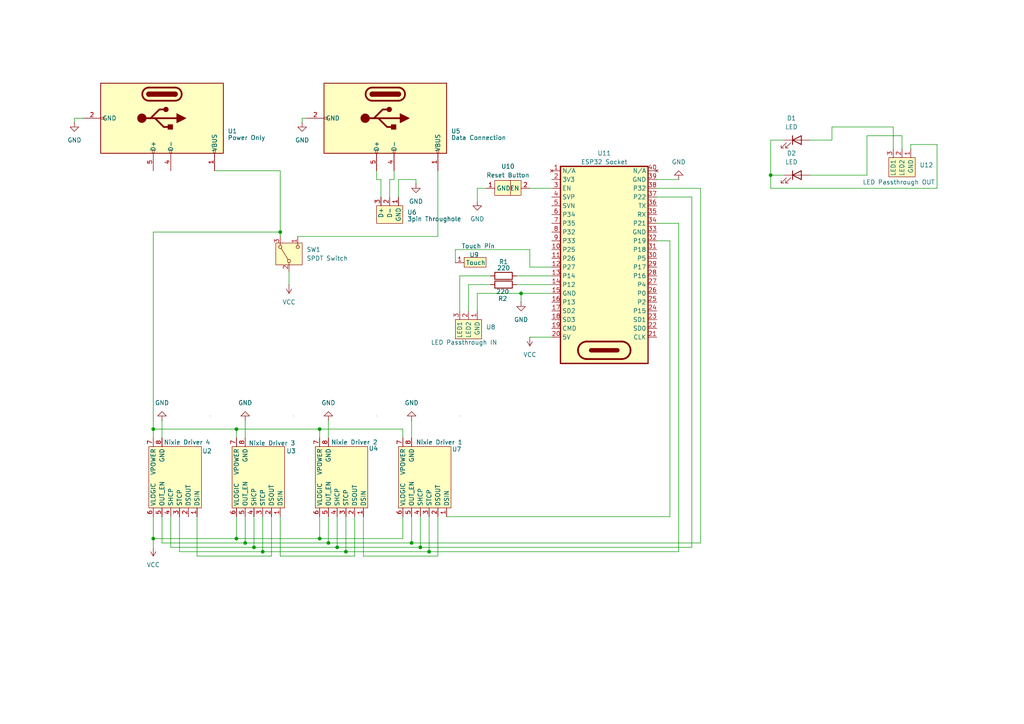
<source format=kicad_sch>
(kicad_sch
	(version 20231120)
	(generator "eeschema")
	(generator_version "8.0")
	(uuid "1571aeaa-80d6-4199-af19-8e87f44a3877")
	(paper "A4")
	(lib_symbols
		(symbol "Device:LED"
			(pin_numbers hide)
			(pin_names
				(offset 1.016) hide)
			(exclude_from_sim no)
			(in_bom yes)
			(on_board yes)
			(property "Reference" "D"
				(at 0 2.54 0)
				(effects
					(font
						(size 1.27 1.27)
					)
				)
			)
			(property "Value" "LED"
				(at 0 -2.54 0)
				(effects
					(font
						(size 1.27 1.27)
					)
				)
			)
			(property "Footprint" ""
				(at 0 0 0)
				(effects
					(font
						(size 1.27 1.27)
					)
					(hide yes)
				)
			)
			(property "Datasheet" "~"
				(at 0 0 0)
				(effects
					(font
						(size 1.27 1.27)
					)
					(hide yes)
				)
			)
			(property "Description" "Light emitting diode"
				(at 0 0 0)
				(effects
					(font
						(size 1.27 1.27)
					)
					(hide yes)
				)
			)
			(property "ki_keywords" "LED diode"
				(at 0 0 0)
				(effects
					(font
						(size 1.27 1.27)
					)
					(hide yes)
				)
			)
			(property "ki_fp_filters" "LED* LED_SMD:* LED_THT:*"
				(at 0 0 0)
				(effects
					(font
						(size 1.27 1.27)
					)
					(hide yes)
				)
			)
			(symbol "LED_0_1"
				(polyline
					(pts
						(xy -1.27 -1.27) (xy -1.27 1.27)
					)
					(stroke
						(width 0.254)
						(type default)
					)
					(fill
						(type none)
					)
				)
				(polyline
					(pts
						(xy -1.27 0) (xy 1.27 0)
					)
					(stroke
						(width 0)
						(type default)
					)
					(fill
						(type none)
					)
				)
				(polyline
					(pts
						(xy 1.27 -1.27) (xy 1.27 1.27) (xy -1.27 0) (xy 1.27 -1.27)
					)
					(stroke
						(width 0.254)
						(type default)
					)
					(fill
						(type none)
					)
				)
				(polyline
					(pts
						(xy -3.048 -0.762) (xy -4.572 -2.286) (xy -3.81 -2.286) (xy -4.572 -2.286) (xy -4.572 -1.524)
					)
					(stroke
						(width 0)
						(type default)
					)
					(fill
						(type none)
					)
				)
				(polyline
					(pts
						(xy -1.778 -0.762) (xy -3.302 -2.286) (xy -2.54 -2.286) (xy -3.302 -2.286) (xy -3.302 -1.524)
					)
					(stroke
						(width 0)
						(type default)
					)
					(fill
						(type none)
					)
				)
			)
			(symbol "LED_1_1"
				(pin passive line
					(at -3.81 0 0)
					(length 2.54)
					(name "K"
						(effects
							(font
								(size 1.27 1.27)
							)
						)
					)
					(number "1"
						(effects
							(font
								(size 1.27 1.27)
							)
						)
					)
				)
				(pin passive line
					(at 3.81 0 180)
					(length 2.54)
					(name "A"
						(effects
							(font
								(size 1.27 1.27)
							)
						)
					)
					(number "2"
						(effects
							(font
								(size 1.27 1.27)
							)
						)
					)
				)
			)
		)
		(symbol "Device:R"
			(pin_numbers hide)
			(pin_names
				(offset 0)
			)
			(exclude_from_sim no)
			(in_bom yes)
			(on_board yes)
			(property "Reference" "R"
				(at 2.032 0 90)
				(effects
					(font
						(size 1.27 1.27)
					)
				)
			)
			(property "Value" "R"
				(at 0 0 90)
				(effects
					(font
						(size 1.27 1.27)
					)
				)
			)
			(property "Footprint" ""
				(at -1.778 0 90)
				(effects
					(font
						(size 1.27 1.27)
					)
					(hide yes)
				)
			)
			(property "Datasheet" "~"
				(at 0 0 0)
				(effects
					(font
						(size 1.27 1.27)
					)
					(hide yes)
				)
			)
			(property "Description" "Resistor"
				(at 0 0 0)
				(effects
					(font
						(size 1.27 1.27)
					)
					(hide yes)
				)
			)
			(property "ki_keywords" "R res resistor"
				(at 0 0 0)
				(effects
					(font
						(size 1.27 1.27)
					)
					(hide yes)
				)
			)
			(property "ki_fp_filters" "R_*"
				(at 0 0 0)
				(effects
					(font
						(size 1.27 1.27)
					)
					(hide yes)
				)
			)
			(symbol "R_0_1"
				(rectangle
					(start -1.016 -2.54)
					(end 1.016 2.54)
					(stroke
						(width 0.254)
						(type default)
					)
					(fill
						(type none)
					)
				)
			)
			(symbol "R_1_1"
				(pin passive line
					(at 0 3.81 270)
					(length 1.27)
					(name "~"
						(effects
							(font
								(size 1.27 1.27)
							)
						)
					)
					(number "1"
						(effects
							(font
								(size 1.27 1.27)
							)
						)
					)
				)
				(pin passive line
					(at 0 -3.81 90)
					(length 1.27)
					(name "~"
						(effects
							(font
								(size 1.27 1.27)
							)
						)
					)
					(number "2"
						(effects
							(font
								(size 1.27 1.27)
							)
						)
					)
				)
			)
		)
		(symbol "Nixie Clock Library:Data_Holes_&_Ground"
			(exclude_from_sim no)
			(in_bom yes)
			(on_board yes)
			(property "Reference" "U"
				(at 0 -4.064 0)
				(effects
					(font
						(size 1.27 1.27)
					)
				)
			)
			(property "Value" ""
				(at 0 0 0)
				(effects
					(font
						(size 1.27 1.27)
					)
				)
			)
			(property "Footprint" ""
				(at 0 0 0)
				(effects
					(font
						(size 1.27 1.27)
					)
					(hide yes)
				)
			)
			(property "Datasheet" ""
				(at 0 0 0)
				(effects
					(font
						(size 1.27 1.27)
					)
					(hide yes)
				)
			)
			(property "Description" ""
				(at 0 0 0)
				(effects
					(font
						(size 1.27 1.27)
					)
					(hide yes)
				)
			)
			(symbol "Data_Holes_&_Ground_0_1"
				(rectangle
					(start -3.81 2.54)
					(end 3.81 -2.54)
					(stroke
						(width 0)
						(type default)
					)
					(fill
						(type background)
					)
				)
			)
			(symbol "Data_Holes_&_Ground_1_1"
				(pin input line
					(at 2.54 5.08 270)
					(length 2.54)
					(name "GND"
						(effects
							(font
								(size 1.27 1.27)
							)
						)
					)
					(number "1"
						(effects
							(font
								(size 1.27 1.27)
							)
						)
					)
				)
				(pin input line
					(at 0 5.08 270)
					(length 2.54)
					(name "D-"
						(effects
							(font
								(size 1.27 1.27)
							)
						)
					)
					(number "2"
						(effects
							(font
								(size 1.27 1.27)
							)
						)
					)
				)
				(pin input line
					(at -2.54 5.08 270)
					(length 2.54)
					(name "D+"
						(effects
							(font
								(size 1.27 1.27)
							)
						)
					)
					(number "3"
						(effects
							(font
								(size 1.27 1.27)
							)
						)
					)
				)
			)
		)
		(symbol "Nixie Clock Library:ESP32-40pin_socket"
			(exclude_from_sim no)
			(in_bom yes)
			(on_board yes)
			(property "Reference" "U"
				(at 0 -21.59 0)
				(effects
					(font
						(size 1.27 1.27)
					)
				)
			)
			(property "Value" ""
				(at 2.54 0 0)
				(effects
					(font
						(size 1.27 1.27)
					)
				)
			)
			(property "Footprint" ""
				(at 2.54 0 0)
				(effects
					(font
						(size 1.27 1.27)
					)
					(hide yes)
				)
			)
			(property "Datasheet" ""
				(at 2.54 0 0)
				(effects
					(font
						(size 1.27 1.27)
					)
					(hide yes)
				)
			)
			(property "Description" ""
				(at 2.54 0 0)
				(effects
					(font
						(size 1.27 1.27)
					)
					(hide yes)
				)
			)
			(symbol "ESP32-40pin_socket_0_1"
				(rectangle
					(start -12.7 36.83)
					(end 12.7 -20.32)
					(stroke
						(width 0.381)
						(type default)
					)
					(fill
						(type background)
					)
				)
				(arc
					(start -7.62 -16.51)
					(mid -6.8761 -18.3061)
					(end -5.08 -19.05)
					(stroke
						(width 0.508)
						(type default)
					)
					(fill
						(type none)
					)
				)
				(arc
					(start -5.08 -13.97)
					(mid -6.8761 -14.7139)
					(end -7.62 -16.51)
					(stroke
						(width 0.508)
						(type default)
					)
					(fill
						(type none)
					)
				)
				(polyline
					(pts
						(xy -5.08 -13.97) (xy 5.08 -13.97)
					)
					(stroke
						(width 0.508)
						(type default)
					)
					(fill
						(type none)
					)
				)
				(polyline
					(pts
						(xy -3.81 -16.51) (xy 3.81 -16.51)
					)
					(stroke
						(width 1.27)
						(type default)
					)
					(fill
						(type none)
					)
				)
				(polyline
					(pts
						(xy 5.08 -19.05) (xy -5.08 -19.05)
					)
					(stroke
						(width 0.508)
						(type default)
					)
					(fill
						(type none)
					)
				)
				(arc
					(start 5.08 -19.05)
					(mid 6.8761 -18.3061)
					(end 7.62 -16.51)
					(stroke
						(width 0.508)
						(type default)
					)
					(fill
						(type none)
					)
				)
				(arc
					(start 7.62 -16.51)
					(mid 6.8761 -14.7139)
					(end 5.08 -13.97)
					(stroke
						(width 0.508)
						(type default)
					)
					(fill
						(type none)
					)
				)
			)
			(symbol "ESP32-40pin_socket_1_1"
				(pin no_connect line
					(at -15.24 35.56 0)
					(length 2.54)
					(name "N/A"
						(effects
							(font
								(size 1.27 1.27)
							)
						)
					)
					(number "1"
						(effects
							(font
								(size 1.27 1.27)
							)
						)
					)
				)
				(pin input line
					(at -15.24 12.7 0)
					(length 2.54)
					(name "P25"
						(effects
							(font
								(size 1.27 1.27)
							)
						)
					)
					(number "10"
						(effects
							(font
								(size 1.27 1.27)
							)
						)
					)
				)
				(pin input line
					(at -15.24 10.16 0)
					(length 2.54)
					(name "P26"
						(effects
							(font
								(size 1.27 1.27)
							)
						)
					)
					(number "11"
						(effects
							(font
								(size 1.27 1.27)
							)
						)
					)
				)
				(pin input line
					(at -15.24 7.62 0)
					(length 2.54)
					(name "P27"
						(effects
							(font
								(size 1.27 1.27)
							)
						)
					)
					(number "12"
						(effects
							(font
								(size 1.27 1.27)
							)
						)
					)
				)
				(pin input line
					(at -15.24 5.08 0)
					(length 2.54)
					(name "P14"
						(effects
							(font
								(size 1.27 1.27)
							)
						)
					)
					(number "13"
						(effects
							(font
								(size 1.27 1.27)
							)
						)
					)
				)
				(pin input line
					(at -15.24 2.54 0)
					(length 2.54)
					(name "P12"
						(effects
							(font
								(size 1.27 1.27)
							)
						)
					)
					(number "14"
						(effects
							(font
								(size 1.27 1.27)
							)
						)
					)
				)
				(pin input line
					(at -15.24 0 0)
					(length 2.54)
					(name "GND"
						(effects
							(font
								(size 1.27 1.27)
							)
						)
					)
					(number "15"
						(effects
							(font
								(size 1.27 1.27)
							)
						)
					)
				)
				(pin input line
					(at -15.24 -2.54 0)
					(length 2.54)
					(name "P13"
						(effects
							(font
								(size 1.27 1.27)
							)
						)
					)
					(number "16"
						(effects
							(font
								(size 1.27 1.27)
							)
						)
					)
				)
				(pin input line
					(at -15.24 -5.08 0)
					(length 2.54)
					(name "SD2"
						(effects
							(font
								(size 1.27 1.27)
							)
						)
					)
					(number "17"
						(effects
							(font
								(size 1.27 1.27)
							)
						)
					)
				)
				(pin input line
					(at -15.24 -7.62 0)
					(length 2.54)
					(name "SD3"
						(effects
							(font
								(size 1.27 1.27)
							)
						)
					)
					(number "18"
						(effects
							(font
								(size 1.27 1.27)
							)
						)
					)
				)
				(pin input line
					(at -15.24 -10.16 0)
					(length 2.54)
					(name "CMD"
						(effects
							(font
								(size 1.27 1.27)
							)
						)
					)
					(number "19"
						(effects
							(font
								(size 1.27 1.27)
							)
						)
					)
				)
				(pin input line
					(at -15.24 33.02 0)
					(length 2.54)
					(name "3V3"
						(effects
							(font
								(size 1.27 1.27)
							)
						)
					)
					(number "2"
						(effects
							(font
								(size 1.27 1.27)
							)
						)
					)
				)
				(pin input line
					(at -15.24 -12.7 0)
					(length 2.54)
					(name "5V"
						(effects
							(font
								(size 1.27 1.27)
							)
						)
					)
					(number "20"
						(effects
							(font
								(size 1.27 1.27)
							)
						)
					)
				)
				(pin input line
					(at 15.24 -12.7 180)
					(length 2.54)
					(name "CLK"
						(effects
							(font
								(size 1.27 1.27)
							)
						)
					)
					(number "21"
						(effects
							(font
								(size 1.27 1.27)
							)
						)
					)
				)
				(pin input line
					(at 15.24 -10.16 180)
					(length 2.54)
					(name "SD0"
						(effects
							(font
								(size 1.27 1.27)
							)
						)
					)
					(number "22"
						(effects
							(font
								(size 1.27 1.27)
							)
						)
					)
				)
				(pin input line
					(at 15.24 -7.62 180)
					(length 2.54)
					(name "SD1"
						(effects
							(font
								(size 1.27 1.27)
							)
						)
					)
					(number "23"
						(effects
							(font
								(size 1.27 1.27)
							)
						)
					)
				)
				(pin input line
					(at 15.24 -5.08 180)
					(length 2.54)
					(name "P15"
						(effects
							(font
								(size 1.27 1.27)
							)
						)
					)
					(number "24"
						(effects
							(font
								(size 1.27 1.27)
							)
						)
					)
				)
				(pin input line
					(at 15.24 -2.54 180)
					(length 2.54)
					(name "P2"
						(effects
							(font
								(size 1.27 1.27)
							)
						)
					)
					(number "25"
						(effects
							(font
								(size 1.27 1.27)
							)
						)
					)
				)
				(pin input line
					(at 15.24 0 180)
					(length 2.54)
					(name "P0"
						(effects
							(font
								(size 1.27 1.27)
							)
						)
					)
					(number "26"
						(effects
							(font
								(size 1.27 1.27)
							)
						)
					)
				)
				(pin input line
					(at 15.24 2.54 180)
					(length 2.54)
					(name "P4"
						(effects
							(font
								(size 1.27 1.27)
							)
						)
					)
					(number "27"
						(effects
							(font
								(size 1.27 1.27)
							)
						)
					)
				)
				(pin input line
					(at 15.24 5.08 180)
					(length 2.54)
					(name "P16"
						(effects
							(font
								(size 1.27 1.27)
							)
						)
					)
					(number "28"
						(effects
							(font
								(size 1.27 1.27)
							)
						)
					)
				)
				(pin input line
					(at 15.24 7.62 180)
					(length 2.54)
					(name "P17"
						(effects
							(font
								(size 1.27 1.27)
							)
						)
					)
					(number "29"
						(effects
							(font
								(size 1.27 1.27)
							)
						)
					)
				)
				(pin input line
					(at -15.24 30.48 0)
					(length 2.54)
					(name "EN"
						(effects
							(font
								(size 1.27 1.27)
							)
						)
					)
					(number "3"
						(effects
							(font
								(size 1.27 1.27)
							)
						)
					)
				)
				(pin input line
					(at 15.24 10.16 180)
					(length 2.54)
					(name "P5"
						(effects
							(font
								(size 1.27 1.27)
							)
						)
					)
					(number "30"
						(effects
							(font
								(size 1.27 1.27)
							)
						)
					)
				)
				(pin input line
					(at 15.24 12.7 180)
					(length 2.54)
					(name "P18"
						(effects
							(font
								(size 1.27 1.27)
							)
						)
					)
					(number "31"
						(effects
							(font
								(size 1.27 1.27)
							)
						)
					)
				)
				(pin input line
					(at 15.24 15.24 180)
					(length 2.54)
					(name "P19"
						(effects
							(font
								(size 1.27 1.27)
							)
						)
					)
					(number "32"
						(effects
							(font
								(size 1.27 1.27)
							)
						)
					)
				)
				(pin input line
					(at 15.24 17.78 180)
					(length 2.54)
					(name "GND"
						(effects
							(font
								(size 1.27 1.27)
							)
						)
					)
					(number "33"
						(effects
							(font
								(size 1.27 1.27)
							)
						)
					)
				)
				(pin input line
					(at 15.24 20.32 180)
					(length 2.54)
					(name "P21"
						(effects
							(font
								(size 1.27 1.27)
							)
						)
					)
					(number "34"
						(effects
							(font
								(size 1.27 1.27)
							)
						)
					)
				)
				(pin input line
					(at 15.24 22.86 180)
					(length 2.54)
					(name "RX"
						(effects
							(font
								(size 1.27 1.27)
							)
						)
					)
					(number "35"
						(effects
							(font
								(size 1.27 1.27)
							)
						)
					)
				)
				(pin input line
					(at 15.24 25.4 180)
					(length 2.54)
					(name "TX"
						(effects
							(font
								(size 1.27 1.27)
							)
						)
					)
					(number "36"
						(effects
							(font
								(size 1.27 1.27)
							)
						)
					)
				)
				(pin input line
					(at 15.24 27.94 180)
					(length 2.54)
					(name "P22"
						(effects
							(font
								(size 1.27 1.27)
							)
						)
					)
					(number "37"
						(effects
							(font
								(size 1.27 1.27)
							)
						)
					)
				)
				(pin input line
					(at 15.24 30.48 180)
					(length 2.54)
					(name "P32"
						(effects
							(font
								(size 1.27 1.27)
							)
						)
					)
					(number "38"
						(effects
							(font
								(size 1.27 1.27)
							)
						)
					)
				)
				(pin input line
					(at 15.24 33.02 180)
					(length 2.54)
					(name "GND"
						(effects
							(font
								(size 1.27 1.27)
							)
						)
					)
					(number "39"
						(effects
							(font
								(size 1.27 1.27)
							)
						)
					)
				)
				(pin input line
					(at -15.24 27.94 0)
					(length 2.54)
					(name "SVP"
						(effects
							(font
								(size 1.27 1.27)
							)
						)
					)
					(number "4"
						(effects
							(font
								(size 1.27 1.27)
							)
						)
					)
				)
				(pin no_connect line
					(at 15.24 35.56 180)
					(length 2.54)
					(name "N/A"
						(effects
							(font
								(size 1.27 1.27)
							)
						)
					)
					(number "40"
						(effects
							(font
								(size 1.27 1.27)
							)
						)
					)
				)
				(pin input line
					(at -15.24 25.4 0)
					(length 2.54)
					(name "SVN"
						(effects
							(font
								(size 1.27 1.27)
							)
						)
					)
					(number "5"
						(effects
							(font
								(size 1.27 1.27)
							)
						)
					)
				)
				(pin input line
					(at -15.24 22.86 0)
					(length 2.54)
					(name "P34"
						(effects
							(font
								(size 1.27 1.27)
							)
						)
					)
					(number "6"
						(effects
							(font
								(size 1.27 1.27)
							)
						)
					)
				)
				(pin input line
					(at -15.24 20.32 0)
					(length 2.54)
					(name "P35"
						(effects
							(font
								(size 1.27 1.27)
							)
						)
					)
					(number "7"
						(effects
							(font
								(size 1.27 1.27)
							)
						)
					)
				)
				(pin input line
					(at -15.24 17.78 0)
					(length 2.54)
					(name "P32"
						(effects
							(font
								(size 1.27 1.27)
							)
						)
					)
					(number "8"
						(effects
							(font
								(size 1.27 1.27)
							)
						)
					)
				)
				(pin input line
					(at -15.24 15.24 0)
					(length 2.54)
					(name "P33"
						(effects
							(font
								(size 1.27 1.27)
							)
						)
					)
					(number "9"
						(effects
							(font
								(size 1.27 1.27)
							)
						)
					)
				)
			)
		)
		(symbol "Nixie Clock Library:LED_Passthrough"
			(exclude_from_sim no)
			(in_bom yes)
			(on_board yes)
			(property "Reference" "U"
				(at 0 -3.048 0)
				(effects
					(font
						(size 1.27 1.27)
					)
				)
			)
			(property "Value" ""
				(at 0 0 0)
				(effects
					(font
						(size 1.27 1.27)
					)
				)
			)
			(property "Footprint" ""
				(at 0 0 0)
				(effects
					(font
						(size 1.27 1.27)
					)
					(hide yes)
				)
			)
			(property "Datasheet" ""
				(at 0 0 0)
				(effects
					(font
						(size 1.27 1.27)
					)
					(hide yes)
				)
			)
			(property "Description" ""
				(at 0 0 0)
				(effects
					(font
						(size 1.27 1.27)
					)
					(hide yes)
				)
			)
			(symbol "LED_Passthrough_0_1"
				(rectangle
					(start -3.81 3.81)
					(end 3.81 -1.778)
					(stroke
						(width 0)
						(type default)
					)
					(fill
						(type background)
					)
				)
			)
			(symbol "LED_Passthrough_1_1"
				(pin input line
					(at 2.54 6.35 270)
					(length 2.54)
					(name "GND"
						(effects
							(font
								(size 1.27 1.27)
							)
						)
					)
					(number "1"
						(effects
							(font
								(size 1.27 1.27)
							)
						)
					)
				)
				(pin input line
					(at 0 6.35 270)
					(length 2.54)
					(name "LED2"
						(effects
							(font
								(size 1.27 1.27)
							)
						)
					)
					(number "2"
						(effects
							(font
								(size 1.27 1.27)
							)
						)
					)
				)
				(pin input line
					(at -2.54 6.35 270)
					(length 2.54)
					(name "LED1"
						(effects
							(font
								(size 1.27 1.27)
							)
						)
					)
					(number "3"
						(effects
							(font
								(size 1.27 1.27)
							)
						)
					)
				)
			)
		)
		(symbol "Nixie Clock Library:Nixie_Driver_Board"
			(exclude_from_sim no)
			(in_bom yes)
			(on_board yes)
			(property "Reference" "U"
				(at 7.366 9.906 0)
				(effects
					(font
						(size 1.27 1.27)
					)
				)
			)
			(property "Value" ""
				(at -11.43 -6.35 0)
				(effects
					(font
						(size 1.27 1.27)
					)
				)
			)
			(property "Footprint" ""
				(at -11.43 -6.35 0)
				(effects
					(font
						(size 1.27 1.27)
					)
					(hide yes)
				)
			)
			(property "Datasheet" ""
				(at -11.43 -6.35 0)
				(effects
					(font
						(size 1.27 1.27)
					)
					(hide yes)
				)
			)
			(property "Description" ""
				(at -11.43 -6.35 0)
				(effects
					(font
						(size 1.27 1.27)
					)
					(hide yes)
				)
			)
			(symbol "Nixie_Driver_Board_0_1"
				(rectangle
					(start -7.62 8.89)
					(end 7.62 -8.89)
					(stroke
						(width 0)
						(type default)
					)
					(fill
						(type background)
					)
				)
				(rectangle
					(start 10.16 17.78)
					(end 10.16 17.78)
					(stroke
						(width 0)
						(type default)
					)
					(fill
						(type none)
					)
				)
			)
			(symbol "Nixie_Driver_Board_1_1"
				(pin input line
					(at 6.35 -11.43 90)
					(length 2.54)
					(name "DSIN"
						(effects
							(font
								(size 1.27 1.27)
							)
						)
					)
					(number "1"
						(effects
							(font
								(size 1.27 1.27)
							)
						)
					)
				)
				(pin output line
					(at 3.81 -11.43 90)
					(length 2.54)
					(name "DSOUT"
						(effects
							(font
								(size 1.27 1.27)
							)
						)
					)
					(number "2"
						(effects
							(font
								(size 1.27 1.27)
							)
						)
					)
				)
				(pin input line
					(at 1.27 -11.43 90)
					(length 2.54)
					(name "STCP"
						(effects
							(font
								(size 1.27 1.27)
							)
						)
					)
					(number "3"
						(effects
							(font
								(size 1.27 1.27)
							)
						)
					)
				)
				(pin input line
					(at -1.27 -11.43 90)
					(length 2.54)
					(name "SHCP"
						(effects
							(font
								(size 1.27 1.27)
							)
						)
					)
					(number "4"
						(effects
							(font
								(size 1.27 1.27)
							)
						)
					)
				)
				(pin input line
					(at -3.81 -11.43 90)
					(length 2.54)
					(name "OUT_EN"
						(effects
							(font
								(size 1.27 1.27)
							)
						)
					)
					(number "5"
						(effects
							(font
								(size 1.27 1.27)
							)
						)
					)
				)
				(pin input line
					(at -6.35 -11.43 90)
					(length 2.54)
					(name "VLOGIC"
						(effects
							(font
								(size 1.27 1.27)
							)
						)
					)
					(number "6"
						(effects
							(font
								(size 1.27 1.27)
							)
						)
					)
				)
				(pin power_in line
					(at -6.35 11.43 270)
					(length 2.54)
					(name "VPOWER"
						(effects
							(font
								(size 1.27 1.27)
							)
						)
					)
					(number "7"
						(effects
							(font
								(size 1.27 1.27)
							)
						)
					)
				)
				(pin power_out line
					(at -3.81 11.43 270)
					(length 2.54)
					(name "GND"
						(effects
							(font
								(size 1.27 1.27)
							)
						)
					)
					(number "8"
						(effects
							(font
								(size 1.27 1.27)
							)
						)
					)
				)
			)
		)
		(symbol "Nixie Clock Library:SPST_PushButton"
			(exclude_from_sim no)
			(in_bom yes)
			(on_board yes)
			(property "Reference" "U"
				(at 0 -3.302 0)
				(effects
					(font
						(size 1.27 1.27)
					)
				)
			)
			(property "Value" ""
				(at 0 0 0)
				(effects
					(font
						(size 1.27 1.27)
					)
				)
			)
			(property "Footprint" ""
				(at 0 0 0)
				(effects
					(font
						(size 1.27 1.27)
					)
					(hide yes)
				)
			)
			(property "Datasheet" ""
				(at 0 0 0)
				(effects
					(font
						(size 1.27 1.27)
					)
					(hide yes)
				)
			)
			(property "Description" ""
				(at 0 0 0)
				(effects
					(font
						(size 1.27 1.27)
					)
					(hide yes)
				)
			)
			(symbol "SPST_PushButton_0_1"
				(rectangle
					(start -3.81 2.286)
					(end 3.81 -2.032)
					(stroke
						(width 0)
						(type default)
					)
					(fill
						(type background)
					)
				)
				(polyline
					(pts
						(xy -0.762 2.286) (xy -0.762 -2.032)
					)
					(stroke
						(width 0)
						(type default)
					)
					(fill
						(type none)
					)
				)
			)
			(symbol "SPST_PushButton_1_1"
				(pin input line
					(at 6.35 0 180)
					(length 2.54)
					(name "GND"
						(effects
							(font
								(size 1.27 1.27)
							)
						)
					)
					(number "1"
						(effects
							(font
								(size 1.27 1.27)
							)
						)
					)
				)
				(pin input line
					(at -6.35 0 0)
					(length 2.54)
					(name "EN"
						(effects
							(font
								(size 1.27 1.27)
							)
						)
					)
					(number "2"
						(effects
							(font
								(size 1.27 1.27)
							)
						)
					)
				)
			)
		)
		(symbol "Nixie Clock Library:Single_Pad"
			(exclude_from_sim no)
			(in_bom yes)
			(on_board yes)
			(property "Reference" "U"
				(at -0.254 -3.048 0)
				(effects
					(font
						(size 1.27 1.27)
					)
				)
			)
			(property "Value" ""
				(at 0 0 0)
				(effects
					(font
						(size 1.27 1.27)
					)
				)
			)
			(property "Footprint" ""
				(at 0 0 0)
				(effects
					(font
						(size 1.27 1.27)
					)
					(hide yes)
				)
			)
			(property "Datasheet" ""
				(at 0 0 0)
				(effects
					(font
						(size 1.27 1.27)
					)
					(hide yes)
				)
			)
			(property "Description" ""
				(at 0 0 0)
				(effects
					(font
						(size 1.27 1.27)
					)
					(hide yes)
				)
			)
			(symbol "Single_Pad_0_1"
				(rectangle
					(start -2.54 1.524)
					(end 3.81 -1.27)
					(stroke
						(width 0)
						(type default)
					)
					(fill
						(type background)
					)
				)
			)
			(symbol "Single_Pad_1_1"
				(pin input line
					(at -5.08 0 0)
					(length 2.54)
					(name "Touch"
						(effects
							(font
								(size 1.27 1.27)
							)
						)
					)
					(number "1"
						(effects
							(font
								(size 1.27 1.27)
							)
						)
					)
				)
			)
		)
		(symbol "Nixie Clock Library:USB_Recepticable"
			(exclude_from_sim no)
			(in_bom yes)
			(on_board yes)
			(property "Reference" "U"
				(at 23.876 -15.748 0)
				(effects
					(font
						(size 1.27 1.27)
					)
				)
			)
			(property "Value" ""
				(at -5.08 -19.05 0)
				(effects
					(font
						(size 1.27 1.27)
					)
				)
			)
			(property "Footprint" ""
				(at -5.08 -19.05 0)
				(effects
					(font
						(size 1.27 1.27)
					)
					(hide yes)
				)
			)
			(property "Datasheet" ""
				(at -5.08 -19.05 0)
				(effects
					(font
						(size 1.27 1.27)
					)
					(hide yes)
				)
			)
			(property "Description" ""
				(at -5.08 -19.05 0)
				(effects
					(font
						(size 1.27 1.27)
					)
					(hide yes)
				)
			)
			(symbol "USB_Recepticable_0_0"
				(rectangle
					(start -16.51 2.794)
					(end -15.494 2.286)
					(stroke
						(width 0)
						(type default)
					)
					(fill
						(type none)
					)
				)
				(rectangle
					(start -1.016 -7.62)
					(end -1.524 -6.604)
					(stroke
						(width 0)
						(type default)
					)
					(fill
						(type none)
					)
				)
				(rectangle
					(start 4.064 -7.62)
					(end 3.556 -6.604)
					(stroke
						(width 0)
						(type default)
					)
					(fill
						(type none)
					)
				)
				(rectangle
					(start 16.764 -7.62)
					(end 16.256 -6.604)
					(stroke
						(width 0)
						(type default)
					)
					(fill
						(type none)
					)
				)
			)
			(symbol "USB_Recepticable_0_1"
				(rectangle
					(start -16.51 12.7)
					(end 19.05 -7.62)
					(stroke
						(width 0.254)
						(type default)
					)
					(fill
						(type background)
					)
				)
				(circle
					(center -4.572 2.54)
					(radius 1.27)
					(stroke
						(width 0)
						(type default)
					)
					(fill
						(type outline)
					)
				)
				(arc
					(start -2.54 10.16)
					(mid -3.1723 9.525)
					(end -2.54 8.89)
					(stroke
						(width 0.254)
						(type default)
					)
					(fill
						(type none)
					)
				)
				(arc
					(start -2.54 10.16)
					(mid -3.1723 9.525)
					(end -2.54 8.89)
					(stroke
						(width 0.254)
						(type default)
					)
					(fill
						(type outline)
					)
				)
				(rectangle
					(start -2.54 10.16)
					(end 5.08 8.89)
					(stroke
						(width 0.254)
						(type default)
					)
					(fill
						(type outline)
					)
				)
				(arc
					(start -2.54 11.43)
					(mid -4.4367 9.525)
					(end -2.54 7.62)
					(stroke
						(width 0.508)
						(type default)
					)
					(fill
						(type none)
					)
				)
				(polyline
					(pts
						(xy -24.13 -16.51) (xy -24.13 -16.51)
					)
					(stroke
						(width 0)
						(type default)
					)
					(fill
						(type none)
					)
				)
				(polyline
					(pts
						(xy -24.13 -16.51) (xy -24.13 -16.51)
					)
					(stroke
						(width 0)
						(type default)
					)
					(fill
						(type none)
					)
				)
				(polyline
					(pts
						(xy -4.572 2.54) (xy 5.588 2.54)
					)
					(stroke
						(width 0.508)
						(type default)
					)
					(fill
						(type none)
					)
				)
				(polyline
					(pts
						(xy -2.54 11.43) (xy 5.08 11.43)
					)
					(stroke
						(width 0.508)
						(type default)
					)
					(fill
						(type none)
					)
				)
				(polyline
					(pts
						(xy 5.08 7.62) (xy -2.54 7.62)
					)
					(stroke
						(width 0.508)
						(type default)
					)
					(fill
						(type none)
					)
				)
				(polyline
					(pts
						(xy -2.032 2.54) (xy 0.508 5.08) (xy 1.778 5.08)
					)
					(stroke
						(width 0.508)
						(type default)
					)
					(fill
						(type none)
					)
				)
				(polyline
					(pts
						(xy -0.762 2.54) (xy 1.778 0) (xy 3.048 0)
					)
					(stroke
						(width 0.508)
						(type default)
					)
					(fill
						(type none)
					)
				)
				(polyline
					(pts
						(xy 5.588 3.81) (xy 8.128 2.54) (xy 5.588 1.27) (xy 5.588 3.81)
					)
					(stroke
						(width 0.254)
						(type default)
					)
					(fill
						(type outline)
					)
				)
				(circle
					(center 2.413 5.08)
					(radius 0.635)
					(stroke
						(width 0.254)
						(type default)
					)
					(fill
						(type outline)
					)
				)
				(rectangle
					(start 3.048 0.635)
					(end 4.318 -0.635)
					(stroke
						(width 0.254)
						(type default)
					)
					(fill
						(type outline)
					)
				)
				(arc
					(start 5.08 7.62)
					(mid 6.9767 9.525)
					(end 5.08 11.43)
					(stroke
						(width 0.508)
						(type default)
					)
					(fill
						(type none)
					)
				)
				(arc
					(start 5.08 8.89)
					(mid 5.7123 9.525)
					(end 5.08 10.16)
					(stroke
						(width 0.254)
						(type default)
					)
					(fill
						(type none)
					)
				)
				(arc
					(start 5.08 8.89)
					(mid 5.7123 9.525)
					(end 5.08 10.16)
					(stroke
						(width 0.254)
						(type default)
					)
					(fill
						(type outline)
					)
				)
			)
			(symbol "USB_Recepticable_1_1"
				(pin passive line
					(at 16.51 -12.7 90)
					(length 5.08)
					(name "VBUS"
						(effects
							(font
								(size 1.27 1.27)
							)
						)
					)
					(number "1"
						(effects
							(font
								(size 1.27 1.27)
							)
						)
					)
				)
				(pin passive line
					(at -21.59 2.54 0)
					(length 5.08)
					(name "GND"
						(effects
							(font
								(size 1.27 1.27)
							)
						)
					)
					(number "2"
						(effects
							(font
								(size 1.27 1.27)
							)
						)
					)
				)
				(pin bidirectional line
					(at 3.81 -12.7 90)
					(length 5.08)
					(name "D-"
						(effects
							(font
								(size 1.27 1.27)
							)
						)
					)
					(number "4"
						(effects
							(font
								(size 1.27 1.27)
							)
						)
					)
				)
				(pin bidirectional line
					(at -1.27 -12.7 90)
					(length 5.08)
					(name "D+"
						(effects
							(font
								(size 1.27 1.27)
							)
						)
					)
					(number "5"
						(effects
							(font
								(size 1.27 1.27)
							)
						)
					)
				)
			)
		)
		(symbol "Switch:SW_Nidec_CAS-120A1"
			(pin_names
				(offset 1) hide)
			(exclude_from_sim no)
			(in_bom yes)
			(on_board yes)
			(property "Reference" "SW"
				(at 0 4.318 0)
				(effects
					(font
						(size 1.27 1.27)
					)
				)
			)
			(property "Value" "SW_Nidec_CAS-120A1"
				(at 0 -5.08 0)
				(effects
					(font
						(size 1.27 1.27)
					)
				)
			)
			(property "Footprint" "Button_Switch_SMD:Nidec_Copal_CAS-120A"
				(at 0 -10.16 0)
				(effects
					(font
						(size 1.27 1.27)
					)
					(hide yes)
				)
			)
			(property "Datasheet" "https://www.nidec-components.com/e/catalog/switch/cas.pdf"
				(at 0 -7.62 0)
				(effects
					(font
						(size 1.27 1.27)
					)
					(hide yes)
				)
			)
			(property "Description" "Switch, single pole double throw"
				(at 0 0 0)
				(effects
					(font
						(size 1.27 1.27)
					)
					(hide yes)
				)
			)
			(property "ki_keywords" "switch single-pole double-throw spdt ON-ON"
				(at 0 0 0)
				(effects
					(font
						(size 1.27 1.27)
					)
					(hide yes)
				)
			)
			(property "ki_fp_filters" "*Nidec?Copal?CAS?120A*"
				(at 0 0 0)
				(effects
					(font
						(size 1.27 1.27)
					)
					(hide yes)
				)
			)
			(symbol "SW_Nidec_CAS-120A1_0_1"
				(circle
					(center -2.032 0)
					(radius 0.4572)
					(stroke
						(width 0)
						(type default)
					)
					(fill
						(type none)
					)
				)
				(polyline
					(pts
						(xy -1.651 0.254) (xy 1.651 2.286)
					)
					(stroke
						(width 0)
						(type default)
					)
					(fill
						(type none)
					)
				)
				(circle
					(center 2.032 -2.54)
					(radius 0.4572)
					(stroke
						(width 0)
						(type default)
					)
					(fill
						(type none)
					)
				)
				(circle
					(center 2.032 2.54)
					(radius 0.4572)
					(stroke
						(width 0)
						(type default)
					)
					(fill
						(type none)
					)
				)
			)
			(symbol "SW_Nidec_CAS-120A1_1_1"
				(rectangle
					(start -3.175 3.81)
					(end 3.175 -3.81)
					(stroke
						(width 0)
						(type default)
					)
					(fill
						(type background)
					)
				)
				(pin passive line
					(at 5.08 -2.54 180)
					(length 2.54)
					(name "C"
						(effects
							(font
								(size 1.27 1.27)
							)
						)
					)
					(number "1"
						(effects
							(font
								(size 1.27 1.27)
							)
						)
					)
				)
				(pin passive line
					(at -5.08 0 0)
					(length 2.54)
					(name "B"
						(effects
							(font
								(size 1.27 1.27)
							)
						)
					)
					(number "2"
						(effects
							(font
								(size 1.27 1.27)
							)
						)
					)
				)
				(pin passive line
					(at 5.08 2.54 180)
					(length 2.54)
					(name "A"
						(effects
							(font
								(size 1.27 1.27)
							)
						)
					)
					(number "3"
						(effects
							(font
								(size 1.27 1.27)
							)
						)
					)
				)
			)
		)
		(symbol "power:GND"
			(power)
			(pin_numbers hide)
			(pin_names
				(offset 0) hide)
			(exclude_from_sim no)
			(in_bom yes)
			(on_board yes)
			(property "Reference" "#PWR"
				(at 0 -6.35 0)
				(effects
					(font
						(size 1.27 1.27)
					)
					(hide yes)
				)
			)
			(property "Value" "GND"
				(at 0 -3.81 0)
				(effects
					(font
						(size 1.27 1.27)
					)
				)
			)
			(property "Footprint" ""
				(at 0 0 0)
				(effects
					(font
						(size 1.27 1.27)
					)
					(hide yes)
				)
			)
			(property "Datasheet" ""
				(at 0 0 0)
				(effects
					(font
						(size 1.27 1.27)
					)
					(hide yes)
				)
			)
			(property "Description" "Power symbol creates a global label with name \"GND\" , ground"
				(at 0 0 0)
				(effects
					(font
						(size 1.27 1.27)
					)
					(hide yes)
				)
			)
			(property "ki_keywords" "global power"
				(at 0 0 0)
				(effects
					(font
						(size 1.27 1.27)
					)
					(hide yes)
				)
			)
			(symbol "GND_0_1"
				(polyline
					(pts
						(xy 0 0) (xy 0 -1.27) (xy 1.27 -1.27) (xy 0 -2.54) (xy -1.27 -1.27) (xy 0 -1.27)
					)
					(stroke
						(width 0)
						(type default)
					)
					(fill
						(type none)
					)
				)
			)
			(symbol "GND_1_1"
				(pin power_in line
					(at 0 0 270)
					(length 0)
					(name "~"
						(effects
							(font
								(size 1.27 1.27)
							)
						)
					)
					(number "1"
						(effects
							(font
								(size 1.27 1.27)
							)
						)
					)
				)
			)
		)
		(symbol "power:VCC"
			(power)
			(pin_numbers hide)
			(pin_names
				(offset 0) hide)
			(exclude_from_sim no)
			(in_bom yes)
			(on_board yes)
			(property "Reference" "#PWR"
				(at 0 -3.81 0)
				(effects
					(font
						(size 1.27 1.27)
					)
					(hide yes)
				)
			)
			(property "Value" "VCC"
				(at 0 3.556 0)
				(effects
					(font
						(size 1.27 1.27)
					)
				)
			)
			(property "Footprint" ""
				(at 0 0 0)
				(effects
					(font
						(size 1.27 1.27)
					)
					(hide yes)
				)
			)
			(property "Datasheet" ""
				(at 0 0 0)
				(effects
					(font
						(size 1.27 1.27)
					)
					(hide yes)
				)
			)
			(property "Description" "Power symbol creates a global label with name \"VCC\""
				(at 0 0 0)
				(effects
					(font
						(size 1.27 1.27)
					)
					(hide yes)
				)
			)
			(property "ki_keywords" "global power"
				(at 0 0 0)
				(effects
					(font
						(size 1.27 1.27)
					)
					(hide yes)
				)
			)
			(symbol "VCC_0_1"
				(polyline
					(pts
						(xy -0.762 1.27) (xy 0 2.54)
					)
					(stroke
						(width 0)
						(type default)
					)
					(fill
						(type none)
					)
				)
				(polyline
					(pts
						(xy 0 0) (xy 0 2.54)
					)
					(stroke
						(width 0)
						(type default)
					)
					(fill
						(type none)
					)
				)
				(polyline
					(pts
						(xy 0 2.54) (xy 0.762 1.27)
					)
					(stroke
						(width 0)
						(type default)
					)
					(fill
						(type none)
					)
				)
			)
			(symbol "VCC_1_1"
				(pin power_in line
					(at 0 0 90)
					(length 0)
					(name "~"
						(effects
							(font
								(size 1.27 1.27)
							)
						)
					)
					(number "1"
						(effects
							(font
								(size 1.27 1.27)
							)
						)
					)
				)
			)
		)
	)
	(junction
		(at 119.38 157.48)
		(diameter 0)
		(color 0 0 0 0)
		(uuid "2905b96f-e9f6-495d-a4f6-749addb21f7c")
	)
	(junction
		(at 68.58 124.46)
		(diameter 0)
		(color 0 0 0 0)
		(uuid "50f6e9cd-ed9d-4f8c-86ed-608f1223ba6f")
	)
	(junction
		(at 97.79 158.75)
		(diameter 0)
		(color 0 0 0 0)
		(uuid "574caa7a-9e31-4499-80f6-e477cf248d26")
	)
	(junction
		(at 76.2 160.02)
		(diameter 0)
		(color 0 0 0 0)
		(uuid "5e3ec8ce-f11a-43ab-ba6e-fa64ebcffe7b")
	)
	(junction
		(at 124.46 160.02)
		(diameter 0)
		(color 0 0 0 0)
		(uuid "66156546-5984-4119-aeac-9c9a1fd08547")
	)
	(junction
		(at 100.33 160.02)
		(diameter 0)
		(color 0 0 0 0)
		(uuid "679cf11d-693f-4d34-82b5-5a39c53539db")
	)
	(junction
		(at 92.71 156.21)
		(diameter 0)
		(color 0 0 0 0)
		(uuid "67a41d19-7ddf-4d24-9118-674a1e9dd1f3")
	)
	(junction
		(at 92.71 124.46)
		(diameter 0)
		(color 0 0 0 0)
		(uuid "6f907e6c-fdc8-41e7-810f-c583057a4d73")
	)
	(junction
		(at 44.45 124.46)
		(diameter 0)
		(color 0 0 0 0)
		(uuid "781b300f-0066-49c1-9666-1a5d393b5d13")
	)
	(junction
		(at 121.92 158.75)
		(diameter 0)
		(color 0 0 0 0)
		(uuid "7f7c1005-f54d-4c6c-a173-d1b277824c28")
	)
	(junction
		(at 81.28 67.31)
		(diameter 0)
		(color 0 0 0 0)
		(uuid "81b62fc2-c7e4-4049-89a2-ed1fe3a1a5e9")
	)
	(junction
		(at 71.12 157.48)
		(diameter 0)
		(color 0 0 0 0)
		(uuid "83200a92-6101-404a-a504-439204f25022")
	)
	(junction
		(at 68.58 156.21)
		(diameter 0)
		(color 0 0 0 0)
		(uuid "85a57e6d-1436-4dc6-9ce8-bfb83b63eefe")
	)
	(junction
		(at 223.52 50.8)
		(diameter 0)
		(color 0 0 0 0)
		(uuid "ba4eaf52-7bd6-4f48-8e3b-24c998791a27")
	)
	(junction
		(at 73.66 158.75)
		(diameter 0)
		(color 0 0 0 0)
		(uuid "cba35dbc-cb4d-45fd-96ec-7d3fb6b7bcd0")
	)
	(junction
		(at 44.45 156.21)
		(diameter 0)
		(color 0 0 0 0)
		(uuid "cbcfbc67-5876-405b-aeb9-fa70e5b6fef6")
	)
	(junction
		(at 151.13 85.09)
		(diameter 0)
		(color 0 0 0 0)
		(uuid "e14abd44-23ea-4828-ae40-d2bba557c218")
	)
	(junction
		(at 95.25 157.48)
		(diameter 0)
		(color 0 0 0 0)
		(uuid "f7f67813-0dba-4c2e-8509-0d88ec8174f9")
	)
	(wire
		(pts
			(xy 149.86 82.55) (xy 160.02 82.55)
		)
		(stroke
			(width 0)
			(type default)
		)
		(uuid "003f6bd8-0269-4a39-ba2a-b27663b0012e")
	)
	(wire
		(pts
			(xy 127 161.29) (xy 105.41 161.29)
		)
		(stroke
			(width 0)
			(type default)
		)
		(uuid "00e267da-6c9c-4111-984e-c0a4408f9c60")
	)
	(wire
		(pts
			(xy 21.59 34.29) (xy 24.13 34.29)
		)
		(stroke
			(width 0)
			(type default)
		)
		(uuid "0412c09e-5a95-4130-9f7a-e341181e8aaa")
	)
	(wire
		(pts
			(xy 44.45 124.46) (xy 44.45 67.31)
		)
		(stroke
			(width 0)
			(type default)
		)
		(uuid "09820fff-8d5d-4fa6-84ad-53503d8b822c")
	)
	(wire
		(pts
			(xy 264.16 43.18) (xy 264.16 41.91)
		)
		(stroke
			(width 0)
			(type default)
		)
		(uuid "1256b45e-bb13-4b9c-a491-aa774095a71d")
	)
	(wire
		(pts
			(xy 73.66 158.75) (xy 49.53 158.75)
		)
		(stroke
			(width 0)
			(type default)
		)
		(uuid "1418c23b-b552-47a5-bcc8-f36243c9757c")
	)
	(wire
		(pts
			(xy 124.46 160.02) (xy 100.33 160.02)
		)
		(stroke
			(width 0)
			(type default)
		)
		(uuid "1484a792-446d-47d9-a60d-c3317aef43f8")
	)
	(wire
		(pts
			(xy 44.45 127) (xy 44.45 124.46)
		)
		(stroke
			(width 0)
			(type default)
		)
		(uuid "1493b775-4c16-4161-8ba8-e9369e1f51fa")
	)
	(wire
		(pts
			(xy 120.65 53.34) (xy 120.65 52.07)
		)
		(stroke
			(width 0)
			(type default)
		)
		(uuid "1a17f609-85be-407f-a6f1-2b1b27851908")
	)
	(wire
		(pts
			(xy 190.5 69.85) (xy 194.31 69.85)
		)
		(stroke
			(width 0)
			(type default)
		)
		(uuid "1c8d276d-ed50-4623-a993-660d9ea08c61")
	)
	(wire
		(pts
			(xy 138.43 90.17) (xy 138.43 85.09)
		)
		(stroke
			(width 0)
			(type default)
		)
		(uuid "1da218e6-ae9a-40d8-989f-77cdba56c92b")
	)
	(wire
		(pts
			(xy 153.67 54.61) (xy 160.02 54.61)
		)
		(stroke
			(width 0)
			(type default)
		)
		(uuid "1fb6a856-4b09-4c9f-a8d0-2080429f09d8")
	)
	(wire
		(pts
			(xy 44.45 156.21) (xy 44.45 149.86)
		)
		(stroke
			(width 0)
			(type default)
		)
		(uuid "2078383d-1863-46fb-8922-c9fcf0c700c6")
	)
	(wire
		(pts
			(xy 251.46 50.8) (xy 251.46 39.37)
		)
		(stroke
			(width 0)
			(type default)
		)
		(uuid "21b361db-c331-46be-bf8b-0c1cc5b2be41")
	)
	(wire
		(pts
			(xy 81.28 49.53) (xy 81.28 67.31)
		)
		(stroke
			(width 0)
			(type default)
		)
		(uuid "25709334-03dd-49fd-8275-9d8287122171")
	)
	(wire
		(pts
			(xy 71.12 149.86) (xy 71.12 157.48)
		)
		(stroke
			(width 0)
			(type default)
		)
		(uuid "27d2a308-b8ba-4af0-81bc-ba045e25698a")
	)
	(wire
		(pts
			(xy 78.74 161.29) (xy 57.15 161.29)
		)
		(stroke
			(width 0)
			(type default)
		)
		(uuid "29af6c9c-4947-4224-8e06-fa31e4b7f65b")
	)
	(wire
		(pts
			(xy 100.33 149.86) (xy 100.33 160.02)
		)
		(stroke
			(width 0)
			(type default)
		)
		(uuid "2a9ac71c-ad15-4c03-8ac0-49b9e87e2edc")
	)
	(wire
		(pts
			(xy 127 68.58) (xy 86.36 68.58)
		)
		(stroke
			(width 0)
			(type default)
		)
		(uuid "2b2c85d6-27ef-4a85-b0f8-4b0c9b47b6d3")
	)
	(wire
		(pts
			(xy 81.28 161.29) (xy 81.28 149.86)
		)
		(stroke
			(width 0)
			(type default)
		)
		(uuid "2c172613-e9ae-4bdf-9659-6e2c958c699c")
	)
	(wire
		(pts
			(xy 97.79 158.75) (xy 73.66 158.75)
		)
		(stroke
			(width 0)
			(type default)
		)
		(uuid "325765d6-f1fa-4761-872d-c5e138d234b0")
	)
	(wire
		(pts
			(xy 135.89 82.55) (xy 135.89 90.17)
		)
		(stroke
			(width 0)
			(type default)
		)
		(uuid "32acae10-90ac-4a74-8804-521831ca1c7f")
	)
	(wire
		(pts
			(xy 194.31 69.85) (xy 194.31 149.86)
		)
		(stroke
			(width 0)
			(type default)
		)
		(uuid "33d7a18b-b9af-4052-b941-c31e0bdc6e21")
	)
	(wire
		(pts
			(xy 151.13 87.63) (xy 151.13 85.09)
		)
		(stroke
			(width 0)
			(type default)
		)
		(uuid "385a4e7b-c254-45bb-8c2d-b396b0c7fb4e")
	)
	(wire
		(pts
			(xy 190.5 57.15) (xy 200.66 57.15)
		)
		(stroke
			(width 0)
			(type default)
		)
		(uuid "3ab73067-80c4-4190-bb13-d2dbbe0ad90f")
	)
	(wire
		(pts
			(xy 44.45 124.46) (xy 68.58 124.46)
		)
		(stroke
			(width 0)
			(type default)
		)
		(uuid "3ade6f91-b17c-4867-adc7-680c613a94cd")
	)
	(wire
		(pts
			(xy 44.45 156.21) (xy 44.45 158.75)
		)
		(stroke
			(width 0)
			(type default)
		)
		(uuid "3b9ecfaa-5b2b-4038-b673-cbf36d86cbd6")
	)
	(wire
		(pts
			(xy 68.58 124.46) (xy 92.71 124.46)
		)
		(stroke
			(width 0)
			(type default)
		)
		(uuid "3d9da2cb-9a2a-4400-a26f-daccd9f561d8")
	)
	(wire
		(pts
			(xy 133.35 80.01) (xy 133.35 90.17)
		)
		(stroke
			(width 0)
			(type default)
		)
		(uuid "3ece3ef3-8623-4630-a238-57da12d14912")
	)
	(wire
		(pts
			(xy 121.92 149.86) (xy 121.92 158.75)
		)
		(stroke
			(width 0)
			(type default)
		)
		(uuid "4799bd8d-03ef-4632-a0ec-00e52a3ffc27")
	)
	(wire
		(pts
			(xy 227.33 40.64) (xy 223.52 40.64)
		)
		(stroke
			(width 0)
			(type default)
		)
		(uuid "491aac40-d425-4bcc-ba26-4170a4edae38")
	)
	(wire
		(pts
			(xy 92.71 156.21) (xy 68.58 156.21)
		)
		(stroke
			(width 0)
			(type default)
		)
		(uuid "4a1aed5d-f054-4791-a931-3ac720c3394c")
	)
	(wire
		(pts
			(xy 100.33 160.02) (xy 76.2 160.02)
		)
		(stroke
			(width 0)
			(type default)
		)
		(uuid "519dae6d-afea-4aac-bec0-1f471df3b494")
	)
	(wire
		(pts
			(xy 92.71 149.86) (xy 92.71 156.21)
		)
		(stroke
			(width 0)
			(type default)
		)
		(uuid "51ab1cc2-4afa-4671-ac61-eae5dcc997b3")
	)
	(wire
		(pts
			(xy 87.63 35.56) (xy 87.63 34.29)
		)
		(stroke
			(width 0)
			(type default)
		)
		(uuid "53fe0afa-715b-4bde-bd9c-62b0fcfc9a19")
	)
	(wire
		(pts
			(xy 95.25 121.92) (xy 95.25 127)
		)
		(stroke
			(width 0)
			(type default)
		)
		(uuid "55c66e3c-4c92-47ae-8698-9554c217aa5b")
	)
	(wire
		(pts
			(xy 87.63 34.29) (xy 88.9 34.29)
		)
		(stroke
			(width 0)
			(type default)
		)
		(uuid "58af8489-437c-4d43-8180-87fe5af80d8e")
	)
	(wire
		(pts
			(xy 151.13 85.09) (xy 160.02 85.09)
		)
		(stroke
			(width 0)
			(type default)
		)
		(uuid "59012b7d-bf01-4a82-8665-d928648b33fd")
	)
	(wire
		(pts
			(xy 116.84 124.46) (xy 116.84 127)
		)
		(stroke
			(width 0)
			(type default)
		)
		(uuid "593c1e02-fd4a-44d3-9dfa-0d8603bbeea4")
	)
	(wire
		(pts
			(xy 73.66 149.86) (xy 73.66 158.75)
		)
		(stroke
			(width 0)
			(type default)
		)
		(uuid "5be4483e-216a-47c8-8ef3-0ca8f38b99fc")
	)
	(wire
		(pts
			(xy 71.12 121.92) (xy 71.12 127)
		)
		(stroke
			(width 0)
			(type default)
		)
		(uuid "5c539335-0650-4652-86fb-cd680d71452d")
	)
	(wire
		(pts
			(xy 109.22 52.07) (xy 109.22 49.53)
		)
		(stroke
			(width 0)
			(type default)
		)
		(uuid "5e88d10f-ac95-4ffe-b415-60e0b4efc3dc")
	)
	(wire
		(pts
			(xy 203.2 157.48) (xy 119.38 157.48)
		)
		(stroke
			(width 0)
			(type default)
		)
		(uuid "5fb345ea-8ae9-4730-bb37-209125fcb4b1")
	)
	(wire
		(pts
			(xy 133.35 80.01) (xy 142.24 80.01)
		)
		(stroke
			(width 0)
			(type default)
		)
		(uuid "607e739a-ce38-4fd6-821b-9d85a14f94f8")
	)
	(wire
		(pts
			(xy 116.84 156.21) (xy 92.71 156.21)
		)
		(stroke
			(width 0)
			(type default)
		)
		(uuid "60fbd0c9-a1af-478b-b06a-4eda534cb4d3")
	)
	(wire
		(pts
			(xy 200.66 158.75) (xy 121.92 158.75)
		)
		(stroke
			(width 0)
			(type default)
		)
		(uuid "635e8278-22eb-4df3-be97-a2e5edd01dcf")
	)
	(wire
		(pts
			(xy 92.71 124.46) (xy 116.84 124.46)
		)
		(stroke
			(width 0)
			(type default)
		)
		(uuid "64119d16-681e-4d3d-941c-99167684b0af")
	)
	(wire
		(pts
			(xy 138.43 85.09) (xy 151.13 85.09)
		)
		(stroke
			(width 0)
			(type default)
		)
		(uuid "64243a7e-df06-4db0-851a-b10e7f17782b")
	)
	(wire
		(pts
			(xy 223.52 40.64) (xy 223.52 50.8)
		)
		(stroke
			(width 0)
			(type default)
		)
		(uuid "6758ee46-3789-4e10-9435-43759b2216f5")
	)
	(wire
		(pts
			(xy 127 49.53) (xy 127 68.58)
		)
		(stroke
			(width 0)
			(type default)
		)
		(uuid "713f3b29-a890-4289-9276-f96fb47e63ba")
	)
	(wire
		(pts
			(xy 120.65 52.07) (xy 115.57 52.07)
		)
		(stroke
			(width 0)
			(type default)
		)
		(uuid "7339fcba-c141-4ff5-b899-bd535746ac76")
	)
	(wire
		(pts
			(xy 190.5 54.61) (xy 203.2 54.61)
		)
		(stroke
			(width 0)
			(type default)
		)
		(uuid "736dbc7d-d450-487e-9e5e-51d2cc940f2b")
	)
	(wire
		(pts
			(xy 83.82 78.74) (xy 83.82 82.55)
		)
		(stroke
			(width 0)
			(type default)
		)
		(uuid "79b5823f-60cb-420e-8dec-aceaa2337458")
	)
	(wire
		(pts
			(xy 271.78 54.61) (xy 223.52 54.61)
		)
		(stroke
			(width 0)
			(type default)
		)
		(uuid "7b7a5e48-e7fe-4cd9-8876-47205b8b7eda")
	)
	(wire
		(pts
			(xy 105.41 161.29) (xy 105.41 149.86)
		)
		(stroke
			(width 0)
			(type default)
		)
		(uuid "7d2c12c5-9297-4c02-b23b-ff9adfef6e5f")
	)
	(wire
		(pts
			(xy 241.3 36.83) (xy 241.3 40.64)
		)
		(stroke
			(width 0)
			(type default)
		)
		(uuid "80ba598a-25d7-400e-b09f-2644bf6925a0")
	)
	(wire
		(pts
			(xy 261.62 39.37) (xy 261.62 43.18)
		)
		(stroke
			(width 0)
			(type default)
		)
		(uuid "8237150b-2297-4a0f-b806-64c35df9139a")
	)
	(wire
		(pts
			(xy 271.78 41.91) (xy 271.78 54.61)
		)
		(stroke
			(width 0)
			(type default)
		)
		(uuid "82c7f36d-f0d3-4401-bdde-996ef9cc3b7f")
	)
	(wire
		(pts
			(xy 114.3 52.07) (xy 114.3 49.53)
		)
		(stroke
			(width 0)
			(type default)
		)
		(uuid "8365c325-7b32-4b62-88fa-39b9a5540f60")
	)
	(wire
		(pts
			(xy 116.84 149.86) (xy 116.84 156.21)
		)
		(stroke
			(width 0)
			(type default)
		)
		(uuid "8821394e-b5c4-4f4b-805e-84a51445b956")
	)
	(wire
		(pts
			(xy 138.43 54.61) (xy 138.43 58.42)
		)
		(stroke
			(width 0)
			(type default)
		)
		(uuid "8ae67ad9-49f7-4033-9ce5-f89c9358c3c0")
	)
	(wire
		(pts
			(xy 196.85 64.77) (xy 196.85 160.02)
		)
		(stroke
			(width 0)
			(type default)
		)
		(uuid "8ce271e0-cafc-4abb-8a51-411f96ddf080")
	)
	(wire
		(pts
			(xy 160.02 77.47) (xy 153.67 77.47)
		)
		(stroke
			(width 0)
			(type default)
		)
		(uuid "8f19244b-5521-424b-845e-97db8395aa95")
	)
	(wire
		(pts
			(xy 119.38 157.48) (xy 95.25 157.48)
		)
		(stroke
			(width 0)
			(type default)
		)
		(uuid "8f6db378-b605-4ef8-b890-792c66173d4a")
	)
	(wire
		(pts
			(xy 68.58 124.46) (xy 68.58 127)
		)
		(stroke
			(width 0)
			(type default)
		)
		(uuid "901d3c12-647a-425b-9ea2-9fd2c17a6a69")
	)
	(wire
		(pts
			(xy 76.2 160.02) (xy 52.07 160.02)
		)
		(stroke
			(width 0)
			(type default)
		)
		(uuid "9250dfc5-e940-4c39-b9c9-cba420467a35")
	)
	(wire
		(pts
			(xy 190.5 52.07) (xy 196.85 52.07)
		)
		(stroke
			(width 0)
			(type default)
		)
		(uuid "92dc06c8-0fda-4702-971f-177f9a919881")
	)
	(wire
		(pts
			(xy 200.66 57.15) (xy 200.66 158.75)
		)
		(stroke
			(width 0)
			(type default)
		)
		(uuid "937dbd5e-8a1c-4495-bead-aa190ec65600")
	)
	(wire
		(pts
			(xy 102.87 149.86) (xy 102.87 161.29)
		)
		(stroke
			(width 0)
			(type default)
		)
		(uuid "9546efab-944f-4519-9733-3ac5513a0a64")
	)
	(wire
		(pts
			(xy 124.46 149.86) (xy 124.46 160.02)
		)
		(stroke
			(width 0)
			(type default)
		)
		(uuid "959fd772-6140-4d8a-9d13-cb3c4e278586")
	)
	(wire
		(pts
			(xy 95.25 149.86) (xy 95.25 157.48)
		)
		(stroke
			(width 0)
			(type default)
		)
		(uuid "95f48981-def8-4dfd-b869-47ac22cf0ce9")
	)
	(wire
		(pts
			(xy 71.12 157.48) (xy 46.99 157.48)
		)
		(stroke
			(width 0)
			(type default)
		)
		(uuid "99d6c850-0860-4b9b-8f59-81f34e689f24")
	)
	(wire
		(pts
			(xy 264.16 41.91) (xy 271.78 41.91)
		)
		(stroke
			(width 0)
			(type default)
		)
		(uuid "9a58d37c-7bca-4f3e-b0c8-f490d2ba8107")
	)
	(wire
		(pts
			(xy 190.5 64.77) (xy 196.85 64.77)
		)
		(stroke
			(width 0)
			(type default)
		)
		(uuid "9ba165e2-fcfa-4c5f-bf3f-083efc361a86")
	)
	(wire
		(pts
			(xy 97.79 149.86) (xy 97.79 158.75)
		)
		(stroke
			(width 0)
			(type default)
		)
		(uuid "a300a00f-6bfb-433e-bc4a-a400d819789a")
	)
	(wire
		(pts
			(xy 76.2 149.86) (xy 76.2 160.02)
		)
		(stroke
			(width 0)
			(type default)
		)
		(uuid "a5fb152f-677d-45d4-96ea-f20880fc6240")
	)
	(wire
		(pts
			(xy 119.38 121.92) (xy 119.38 127)
		)
		(stroke
			(width 0)
			(type default)
		)
		(uuid "a758999d-9fb1-4868-b819-99ae8457d672")
	)
	(wire
		(pts
			(xy 110.49 57.15) (xy 110.49 52.07)
		)
		(stroke
			(width 0)
			(type default)
		)
		(uuid "aaab6687-ff94-4f84-8e6a-a7e76dd71f25")
	)
	(wire
		(pts
			(xy 62.23 49.53) (xy 81.28 49.53)
		)
		(stroke
			(width 0)
			(type default)
		)
		(uuid "ab6ba92e-73b0-4d67-8daa-c21a050b87ba")
	)
	(wire
		(pts
			(xy 127 149.86) (xy 127 161.29)
		)
		(stroke
			(width 0)
			(type default)
		)
		(uuid "abccfb13-30e2-4270-ac76-05aa52f29f7a")
	)
	(wire
		(pts
			(xy 259.08 43.18) (xy 259.08 36.83)
		)
		(stroke
			(width 0)
			(type default)
		)
		(uuid "aebf199c-d6cb-4705-a11e-88a1ca751506")
	)
	(wire
		(pts
			(xy 68.58 156.21) (xy 44.45 156.21)
		)
		(stroke
			(width 0)
			(type default)
		)
		(uuid "b45cf0a9-e84d-4510-994f-6006f4efee34")
	)
	(wire
		(pts
			(xy 135.89 82.55) (xy 142.24 82.55)
		)
		(stroke
			(width 0)
			(type default)
		)
		(uuid "b63394cc-b63b-4922-9eb1-d78a544d4ad5")
	)
	(wire
		(pts
			(xy 115.57 52.07) (xy 115.57 57.15)
		)
		(stroke
			(width 0)
			(type default)
		)
		(uuid "bb9339b9-b5f3-47d2-9209-9be6b1c8efa7")
	)
	(wire
		(pts
			(xy 95.25 157.48) (xy 71.12 157.48)
		)
		(stroke
			(width 0)
			(type default)
		)
		(uuid "be73bb80-d65d-4b7a-b6c3-9e4500518663")
	)
	(wire
		(pts
			(xy 153.67 97.79) (xy 160.02 97.79)
		)
		(stroke
			(width 0)
			(type default)
		)
		(uuid "c20094a5-62f2-4ecb-b62f-4a3b4d22f15a")
	)
	(wire
		(pts
			(xy 92.71 124.46) (xy 92.71 127)
		)
		(stroke
			(width 0)
			(type default)
		)
		(uuid "c477c230-abfc-4078-a71f-2b5145e9715a")
	)
	(wire
		(pts
			(xy 81.28 67.31) (xy 81.28 68.58)
		)
		(stroke
			(width 0)
			(type default)
		)
		(uuid "c92b7b49-3889-4f1d-87e9-a7a100b46b2a")
	)
	(wire
		(pts
			(xy 241.3 40.64) (xy 234.95 40.64)
		)
		(stroke
			(width 0)
			(type default)
		)
		(uuid "c9a4c495-227c-4380-b456-e504b7649e6f")
	)
	(wire
		(pts
			(xy 140.97 54.61) (xy 138.43 54.61)
		)
		(stroke
			(width 0)
			(type default)
		)
		(uuid "cbec3c0a-3569-4124-b9c8-016a3d668afe")
	)
	(wire
		(pts
			(xy 121.92 158.75) (xy 97.79 158.75)
		)
		(stroke
			(width 0)
			(type default)
		)
		(uuid "cd923f25-2861-4552-9b13-1dc194f5d108")
	)
	(wire
		(pts
			(xy 113.03 52.07) (xy 114.3 52.07)
		)
		(stroke
			(width 0)
			(type default)
		)
		(uuid "ce1af66b-c0d9-4a31-a0bd-c078b9f804b4")
	)
	(wire
		(pts
			(xy 153.67 72.39) (xy 132.08 72.39)
		)
		(stroke
			(width 0)
			(type default)
		)
		(uuid "cef58b6a-1c0f-4c32-896f-0638b96abfe0")
	)
	(wire
		(pts
			(xy 46.99 157.48) (xy 46.99 149.86)
		)
		(stroke
			(width 0)
			(type default)
		)
		(uuid "d1fdc347-5711-42cf-bf39-feeb28f1424c")
	)
	(wire
		(pts
			(xy 241.3 36.83) (xy 259.08 36.83)
		)
		(stroke
			(width 0)
			(type default)
		)
		(uuid "d4b0fb96-2b70-4676-b84d-93752fd08223")
	)
	(wire
		(pts
			(xy 68.58 149.86) (xy 68.58 156.21)
		)
		(stroke
			(width 0)
			(type default)
		)
		(uuid "d56395b3-d7d6-4a09-8107-20ad441c1487")
	)
	(wire
		(pts
			(xy 113.03 57.15) (xy 113.03 52.07)
		)
		(stroke
			(width 0)
			(type default)
		)
		(uuid "d73f6529-6668-4926-b3ec-a7c12eef8603")
	)
	(wire
		(pts
			(xy 52.07 160.02) (xy 52.07 149.86)
		)
		(stroke
			(width 0)
			(type default)
		)
		(uuid "d89d10dd-5774-47f8-affb-9229505c6085")
	)
	(wire
		(pts
			(xy 194.31 149.86) (xy 129.54 149.86)
		)
		(stroke
			(width 0)
			(type default)
		)
		(uuid "d96c5076-1038-4f22-af86-3ed4918d4824")
	)
	(wire
		(pts
			(xy 119.38 149.86) (xy 119.38 157.48)
		)
		(stroke
			(width 0)
			(type default)
		)
		(uuid "dafa4778-b0cb-400f-92cd-02723457d6b3")
	)
	(wire
		(pts
			(xy 78.74 149.86) (xy 78.74 161.29)
		)
		(stroke
			(width 0)
			(type default)
		)
		(uuid "defd1d7a-7ad6-4066-95fc-a5f9a69fb0de")
	)
	(wire
		(pts
			(xy 57.15 161.29) (xy 57.15 149.86)
		)
		(stroke
			(width 0)
			(type default)
		)
		(uuid "dfb00bd0-e9bc-422a-827f-bbba4455a9e5")
	)
	(wire
		(pts
			(xy 102.87 161.29) (xy 81.28 161.29)
		)
		(stroke
			(width 0)
			(type default)
		)
		(uuid "e3072bc6-6d39-433c-959d-b258162f48a2")
	)
	(wire
		(pts
			(xy 132.08 72.39) (xy 132.08 76.2)
		)
		(stroke
			(width 0)
			(type default)
		)
		(uuid "e3ce05a5-c534-49b1-bbb2-9bdb6e6f10f9")
	)
	(wire
		(pts
			(xy 149.86 80.01) (xy 160.02 80.01)
		)
		(stroke
			(width 0)
			(type default)
		)
		(uuid "e4c57c27-d717-4fff-9a35-044a6ab12b52")
	)
	(wire
		(pts
			(xy 110.49 52.07) (xy 109.22 52.07)
		)
		(stroke
			(width 0)
			(type default)
		)
		(uuid "ea73ad0f-8624-4861-8395-7e37bd90eef1")
	)
	(wire
		(pts
			(xy 196.85 160.02) (xy 124.46 160.02)
		)
		(stroke
			(width 0)
			(type default)
		)
		(uuid "eb241bcd-8b6e-45e4-a713-7802a7c167f7")
	)
	(wire
		(pts
			(xy 46.99 121.92) (xy 46.99 127)
		)
		(stroke
			(width 0)
			(type default)
		)
		(uuid "ebe68700-01df-4eba-891a-052bb5ed66b5")
	)
	(wire
		(pts
			(xy 21.59 35.56) (xy 21.59 34.29)
		)
		(stroke
			(width 0)
			(type default)
		)
		(uuid "ed87ea4e-2025-45b9-a3a3-9ffb32a333cf")
	)
	(wire
		(pts
			(xy 223.52 50.8) (xy 223.52 54.61)
		)
		(stroke
			(width 0)
			(type default)
		)
		(uuid "ee084c68-b039-432c-9e42-42d4b0aeaaf3")
	)
	(wire
		(pts
			(xy 234.95 50.8) (xy 251.46 50.8)
		)
		(stroke
			(width 0)
			(type default)
		)
		(uuid "f0426269-9c40-4d98-9446-15fc4930181d")
	)
	(wire
		(pts
			(xy 203.2 54.61) (xy 203.2 157.48)
		)
		(stroke
			(width 0)
			(type default)
		)
		(uuid "f1beb932-5624-4b4b-94ad-7fb8ba462fef")
	)
	(wire
		(pts
			(xy 49.53 158.75) (xy 49.53 149.86)
		)
		(stroke
			(width 0)
			(type default)
		)
		(uuid "f40659f0-05fc-4827-93f1-2d8feee19cb0")
	)
	(wire
		(pts
			(xy 153.67 77.47) (xy 153.67 72.39)
		)
		(stroke
			(width 0)
			(type default)
		)
		(uuid "f50e4d13-4254-447c-8004-9ea28d1c59bb")
	)
	(wire
		(pts
			(xy 251.46 39.37) (xy 261.62 39.37)
		)
		(stroke
			(width 0)
			(type default)
		)
		(uuid "faaa2dc9-fe7e-4648-bf00-32727b95ea58")
	)
	(wire
		(pts
			(xy 44.45 67.31) (xy 81.28 67.31)
		)
		(stroke
			(width 0)
			(type default)
		)
		(uuid "ff6d5ab1-0c63-441f-883f-bcfdb295b6af")
	)
	(wire
		(pts
			(xy 223.52 50.8) (xy 227.33 50.8)
		)
		(stroke
			(width 0)
			(type default)
		)
		(uuid "ff82a2a5-5536-48c5-ab1c-f21722c13040")
	)
	(symbol
		(lib_id "Nixie Clock Library:Nixie_Driver_Board")
		(at 99.06 138.43 0)
		(unit 1)
		(exclude_from_sim no)
		(in_bom yes)
		(on_board yes)
		(dnp no)
		(uuid "126338f4-7100-430e-badb-6955f35b499c")
		(property "Reference" "U4"
			(at 106.934 130.048 0)
			(effects
				(font
					(size 1.27 1.27)
				)
				(justify left)
			)
		)
		(property "Value" "Nixie Driver 2"
			(at 96.012 128.27 0)
			(effects
				(font
					(size 1.27 1.27)
				)
				(justify left)
			)
		)
		(property "Footprint" "Nixie Clock parts:NixieTubeDriver"
			(at 87.63 144.78 0)
			(effects
				(font
					(size 1.27 1.27)
				)
				(hide yes)
			)
		)
		(property "Datasheet" ""
			(at 87.63 144.78 0)
			(effects
				(font
					(size 1.27 1.27)
				)
				(hide yes)
			)
		)
		(property "Description" ""
			(at 87.63 144.78 0)
			(effects
				(font
					(size 1.27 1.27)
				)
				(hide yes)
			)
		)
		(property "Availability" ""
			(at 99.06 138.43 0)
			(effects
				(font
					(size 1.27 1.27)
				)
				(hide yes)
			)
		)
		(property "Check_prices" ""
			(at 99.06 138.43 0)
			(effects
				(font
					(size 1.27 1.27)
				)
				(hide yes)
			)
		)
		(property "Description_1" ""
			(at 99.06 138.43 0)
			(effects
				(font
					(size 1.27 1.27)
				)
				(hide yes)
			)
		)
		(property "MANUFACTURER" ""
			(at 99.06 138.43 0)
			(effects
				(font
					(size 1.27 1.27)
				)
				(hide yes)
			)
		)
		(property "MF" ""
			(at 99.06 138.43 0)
			(effects
				(font
					(size 1.27 1.27)
				)
				(hide yes)
			)
		)
		(property "MP" ""
			(at 99.06 138.43 0)
			(effects
				(font
					(size 1.27 1.27)
				)
				(hide yes)
			)
		)
		(property "PARTREV" ""
			(at 99.06 138.43 0)
			(effects
				(font
					(size 1.27 1.27)
				)
				(hide yes)
			)
		)
		(property "Package" ""
			(at 99.06 138.43 0)
			(effects
				(font
					(size 1.27 1.27)
				)
				(hide yes)
			)
		)
		(property "Price" ""
			(at 99.06 138.43 0)
			(effects
				(font
					(size 1.27 1.27)
				)
				(hide yes)
			)
		)
		(property "STANDARD" ""
			(at 99.06 138.43 0)
			(effects
				(font
					(size 1.27 1.27)
				)
				(hide yes)
			)
		)
		(property "SnapEDA_Link" ""
			(at 99.06 138.43 0)
			(effects
				(font
					(size 1.27 1.27)
				)
				(hide yes)
			)
		)
		(pin "5"
			(uuid "3a02dc0e-82a9-483f-b71e-2f09f0b2aef1")
		)
		(pin "1"
			(uuid "17cadea1-c4c2-4e2b-bfa5-20485838b76e")
		)
		(pin "3"
			(uuid "533cd938-aba2-4e91-a3b6-a85dd66578e3")
		)
		(pin "2"
			(uuid "8f86548c-23eb-40bc-93e5-f8b55151e1d0")
		)
		(pin "8"
			(uuid "e1e876d9-c5e4-422f-814a-fca674fc697f")
		)
		(pin "4"
			(uuid "c4390c07-0bd7-4f42-8911-4dbbbfb7fd8c")
		)
		(pin "7"
			(uuid "0b4010fc-521e-4538-a94e-c35ef64db0fe")
		)
		(pin "6"
			(uuid "097624d0-82ff-4f99-a77d-3306f05fd496")
		)
		(instances
			(project "Nixie Clock"
				(path "/1571aeaa-80d6-4199-af19-8e87f44a3877"
					(reference "U4")
					(unit 1)
				)
			)
		)
	)
	(symbol
		(lib_id "Device:R")
		(at 146.05 82.55 90)
		(unit 1)
		(exclude_from_sim no)
		(in_bom yes)
		(on_board yes)
		(dnp no)
		(uuid "13c82516-f17b-4bbe-b6e7-efba72943e94")
		(property "Reference" "R2"
			(at 145.796 86.614 90)
			(effects
				(font
					(size 1.27 1.27)
				)
			)
		)
		(property "Value" "220"
			(at 145.796 84.582 90)
			(effects
				(font
					(size 1.27 1.27)
				)
			)
		)
		(property "Footprint" "Resistor_THT:R_Axial_DIN0617_L17.0mm_D6.0mm_P20.32mm_Horizontal"
			(at 146.05 84.328 90)
			(effects
				(font
					(size 1.27 1.27)
				)
				(hide yes)
			)
		)
		(property "Datasheet" "~"
			(at 146.05 82.55 0)
			(effects
				(font
					(size 1.27 1.27)
				)
				(hide yes)
			)
		)
		(property "Description" "Resistor"
			(at 146.05 82.55 0)
			(effects
				(font
					(size 1.27 1.27)
				)
				(hide yes)
			)
		)
		(property "Availability" ""
			(at 146.05 82.55 0)
			(effects
				(font
					(size 1.27 1.27)
				)
				(hide yes)
			)
		)
		(property "Check_prices" ""
			(at 146.05 82.55 0)
			(effects
				(font
					(size 1.27 1.27)
				)
				(hide yes)
			)
		)
		(property "Description_1" ""
			(at 146.05 82.55 0)
			(effects
				(font
					(size 1.27 1.27)
				)
				(hide yes)
			)
		)
		(property "MANUFACTURER" ""
			(at 146.05 82.55 0)
			(effects
				(font
					(size 1.27 1.27)
				)
				(hide yes)
			)
		)
		(property "MF" ""
			(at 146.05 82.55 0)
			(effects
				(font
					(size 1.27 1.27)
				)
				(hide yes)
			)
		)
		(property "MP" ""
			(at 146.05 82.55 0)
			(effects
				(font
					(size 1.27 1.27)
				)
				(hide yes)
			)
		)
		(property "PARTREV" ""
			(at 146.05 82.55 0)
			(effects
				(font
					(size 1.27 1.27)
				)
				(hide yes)
			)
		)
		(property "Package" ""
			(at 146.05 82.55 0)
			(effects
				(font
					(size 1.27 1.27)
				)
				(hide yes)
			)
		)
		(property "Price" ""
			(at 146.05 82.55 0)
			(effects
				(font
					(size 1.27 1.27)
				)
				(hide yes)
			)
		)
		(property "STANDARD" ""
			(at 146.05 82.55 0)
			(effects
				(font
					(size 1.27 1.27)
				)
				(hide yes)
			)
		)
		(property "SnapEDA_Link" ""
			(at 146.05 82.55 0)
			(effects
				(font
					(size 1.27 1.27)
				)
				(hide yes)
			)
		)
		(pin "1"
			(uuid "96f67288-256b-4c6f-b4ee-341b4be9e2f4")
		)
		(pin "2"
			(uuid "026eba6a-83f7-49e1-85e8-559a54760f5d")
		)
		(instances
			(project "Nixie Clock"
				(path "/1571aeaa-80d6-4199-af19-8e87f44a3877"
					(reference "R2")
					(unit 1)
				)
			)
		)
	)
	(symbol
		(lib_id "Nixie Clock Library:SPST_PushButton")
		(at 147.32 54.61 0)
		(mirror y)
		(unit 1)
		(exclude_from_sim no)
		(in_bom yes)
		(on_board yes)
		(dnp no)
		(fields_autoplaced yes)
		(uuid "19fdf666-be3b-4f3e-bdf2-aae6f5a8714d")
		(property "Reference" "U10"
			(at 147.32 48.26 0)
			(effects
				(font
					(size 1.27 1.27)
				)
			)
		)
		(property "Value" "Reset Button"
			(at 147.32 50.8 0)
			(effects
				(font
					(size 1.27 1.27)
				)
			)
		)
		(property "Footprint" "Nixie Clock parts:SPST PushButton (SW-PB9-BB00BQE-5)"
			(at 147.32 54.61 0)
			(effects
				(font
					(size 1.27 1.27)
				)
				(hide yes)
			)
		)
		(property "Datasheet" ""
			(at 147.32 54.61 0)
			(effects
				(font
					(size 1.27 1.27)
				)
				(hide yes)
			)
		)
		(property "Description" ""
			(at 147.32 54.61 0)
			(effects
				(font
					(size 1.27 1.27)
				)
				(hide yes)
			)
		)
		(property "Availability" ""
			(at 147.32 54.61 0)
			(effects
				(font
					(size 1.27 1.27)
				)
				(hide yes)
			)
		)
		(property "Check_prices" ""
			(at 147.32 54.61 0)
			(effects
				(font
					(size 1.27 1.27)
				)
				(hide yes)
			)
		)
		(property "Description_1" ""
			(at 147.32 54.61 0)
			(effects
				(font
					(size 1.27 1.27)
				)
				(hide yes)
			)
		)
		(property "MANUFACTURER" ""
			(at 147.32 54.61 0)
			(effects
				(font
					(size 1.27 1.27)
				)
				(hide yes)
			)
		)
		(property "MF" ""
			(at 147.32 54.61 0)
			(effects
				(font
					(size 1.27 1.27)
				)
				(hide yes)
			)
		)
		(property "MP" ""
			(at 147.32 54.61 0)
			(effects
				(font
					(size 1.27 1.27)
				)
				(hide yes)
			)
		)
		(property "PARTREV" ""
			(at 147.32 54.61 0)
			(effects
				(font
					(size 1.27 1.27)
				)
				(hide yes)
			)
		)
		(property "Package" ""
			(at 147.32 54.61 0)
			(effects
				(font
					(size 1.27 1.27)
				)
				(hide yes)
			)
		)
		(property "Price" ""
			(at 147.32 54.61 0)
			(effects
				(font
					(size 1.27 1.27)
				)
				(hide yes)
			)
		)
		(property "STANDARD" ""
			(at 147.32 54.61 0)
			(effects
				(font
					(size 1.27 1.27)
				)
				(hide yes)
			)
		)
		(property "SnapEDA_Link" ""
			(at 147.32 54.61 0)
			(effects
				(font
					(size 1.27 1.27)
				)
				(hide yes)
			)
		)
		(pin "1"
			(uuid "433a7626-41b2-4712-928b-e56d1203343a")
		)
		(pin "2"
			(uuid "50ad1ba3-75bc-4ae9-8001-0c6dc300a7e9")
		)
		(instances
			(project ""
				(path "/1571aeaa-80d6-4199-af19-8e87f44a3877"
					(reference "U10")
					(unit 1)
				)
			)
		)
	)
	(symbol
		(lib_id "power:GND")
		(at 138.43 58.42 0)
		(unit 1)
		(exclude_from_sim no)
		(in_bom yes)
		(on_board yes)
		(dnp no)
		(fields_autoplaced yes)
		(uuid "1b5ecd3c-1bb3-4d8d-8b80-975ab8a7814c")
		(property "Reference" "#PWR010"
			(at 138.43 64.77 0)
			(effects
				(font
					(size 1.27 1.27)
				)
				(hide yes)
			)
		)
		(property "Value" "GND"
			(at 138.43 63.5 0)
			(effects
				(font
					(size 1.27 1.27)
				)
			)
		)
		(property "Footprint" ""
			(at 138.43 58.42 0)
			(effects
				(font
					(size 1.27 1.27)
				)
				(hide yes)
			)
		)
		(property "Datasheet" ""
			(at 138.43 58.42 0)
			(effects
				(font
					(size 1.27 1.27)
				)
				(hide yes)
			)
		)
		(property "Description" "Power symbol creates a global label with name \"GND\" , ground"
			(at 138.43 58.42 0)
			(effects
				(font
					(size 1.27 1.27)
				)
				(hide yes)
			)
		)
		(pin "1"
			(uuid "c1122a56-6982-41b7-a566-c8b45a71db77")
		)
		(instances
			(project ""
				(path "/1571aeaa-80d6-4199-af19-8e87f44a3877"
					(reference "#PWR010")
					(unit 1)
				)
			)
		)
	)
	(symbol
		(lib_id "Nixie Clock Library:LED_Passthrough")
		(at 261.62 49.53 0)
		(unit 1)
		(exclude_from_sim no)
		(in_bom yes)
		(on_board yes)
		(dnp no)
		(uuid "27fcef7d-0714-4abb-8d0f-942ca0f4d6c9")
		(property "Reference" "U12"
			(at 266.7 47.8789 0)
			(effects
				(font
					(size 1.27 1.27)
				)
				(justify left)
			)
		)
		(property "Value" "LED Passthrough OUT"
			(at 250.19 52.832 0)
			(effects
				(font
					(size 1.27 1.27)
				)
				(justify left)
			)
		)
		(property "Footprint" "Nixie Clock parts:LED passthrough"
			(at 261.62 49.53 0)
			(effects
				(font
					(size 1.27 1.27)
				)
				(hide yes)
			)
		)
		(property "Datasheet" ""
			(at 261.62 49.53 0)
			(effects
				(font
					(size 1.27 1.27)
				)
				(hide yes)
			)
		)
		(property "Description" ""
			(at 261.62 49.53 0)
			(effects
				(font
					(size 1.27 1.27)
				)
				(hide yes)
			)
		)
		(property "Availability" ""
			(at 261.62 49.53 0)
			(effects
				(font
					(size 1.27 1.27)
				)
				(hide yes)
			)
		)
		(property "Check_prices" ""
			(at 261.62 49.53 0)
			(effects
				(font
					(size 1.27 1.27)
				)
				(hide yes)
			)
		)
		(property "Description_1" ""
			(at 261.62 49.53 0)
			(effects
				(font
					(size 1.27 1.27)
				)
				(hide yes)
			)
		)
		(property "MANUFACTURER" ""
			(at 261.62 49.53 0)
			(effects
				(font
					(size 1.27 1.27)
				)
				(hide yes)
			)
		)
		(property "MF" ""
			(at 261.62 49.53 0)
			(effects
				(font
					(size 1.27 1.27)
				)
				(hide yes)
			)
		)
		(property "MP" ""
			(at 261.62 49.53 0)
			(effects
				(font
					(size 1.27 1.27)
				)
				(hide yes)
			)
		)
		(property "PARTREV" ""
			(at 261.62 49.53 0)
			(effects
				(font
					(size 1.27 1.27)
				)
				(hide yes)
			)
		)
		(property "Package" ""
			(at 261.62 49.53 0)
			(effects
				(font
					(size 1.27 1.27)
				)
				(hide yes)
			)
		)
		(property "Price" ""
			(at 261.62 49.53 0)
			(effects
				(font
					(size 1.27 1.27)
				)
				(hide yes)
			)
		)
		(property "STANDARD" ""
			(at 261.62 49.53 0)
			(effects
				(font
					(size 1.27 1.27)
				)
				(hide yes)
			)
		)
		(property "SnapEDA_Link" ""
			(at 261.62 49.53 0)
			(effects
				(font
					(size 1.27 1.27)
				)
				(hide yes)
			)
		)
		(pin "1"
			(uuid "e81600af-5aba-46fc-bf65-5ff007854a92")
		)
		(pin "3"
			(uuid "8a9643e5-946a-43c6-8b8e-aa36777d4d79")
		)
		(pin "2"
			(uuid "a05d4061-9dfb-4646-9572-24f3c4ab02d6")
		)
		(instances
			(project "Nixie Clock"
				(path "/1571aeaa-80d6-4199-af19-8e87f44a3877"
					(reference "U12")
					(unit 1)
				)
			)
		)
	)
	(symbol
		(lib_id "power:VCC")
		(at 83.82 82.55 180)
		(unit 1)
		(exclude_from_sim no)
		(in_bom yes)
		(on_board yes)
		(dnp no)
		(fields_autoplaced yes)
		(uuid "2943151a-966f-4ebe-8696-27a38beef0a1")
		(property "Reference" "#PWR05"
			(at 83.82 78.74 0)
			(effects
				(font
					(size 1.27 1.27)
				)
				(hide yes)
			)
		)
		(property "Value" "VCC"
			(at 83.82 87.63 0)
			(effects
				(font
					(size 1.27 1.27)
				)
			)
		)
		(property "Footprint" ""
			(at 83.82 82.55 0)
			(effects
				(font
					(size 1.27 1.27)
				)
				(hide yes)
			)
		)
		(property "Datasheet" ""
			(at 83.82 82.55 0)
			(effects
				(font
					(size 1.27 1.27)
				)
				(hide yes)
			)
		)
		(property "Description" "Power symbol creates a global label with name \"VCC\""
			(at 83.82 82.55 0)
			(effects
				(font
					(size 1.27 1.27)
				)
				(hide yes)
			)
		)
		(pin "1"
			(uuid "2ba17878-dd85-4c45-a3fb-5442f8374cff")
		)
		(instances
			(project ""
				(path "/1571aeaa-80d6-4199-af19-8e87f44a3877"
					(reference "#PWR05")
					(unit 1)
				)
			)
		)
	)
	(symbol
		(lib_id "power:VCC")
		(at 44.45 158.75 180)
		(unit 1)
		(exclude_from_sim no)
		(in_bom yes)
		(on_board yes)
		(dnp no)
		(fields_autoplaced yes)
		(uuid "414104f4-fd39-4fe7-86e9-06f6803ee606")
		(property "Reference" "#PWR02"
			(at 44.45 154.94 0)
			(effects
				(font
					(size 1.27 1.27)
				)
				(hide yes)
			)
		)
		(property "Value" "VCC"
			(at 44.45 163.83 0)
			(effects
				(font
					(size 1.27 1.27)
				)
			)
		)
		(property "Footprint" ""
			(at 44.45 158.75 0)
			(effects
				(font
					(size 1.27 1.27)
				)
				(hide yes)
			)
		)
		(property "Datasheet" ""
			(at 44.45 158.75 0)
			(effects
				(font
					(size 1.27 1.27)
				)
				(hide yes)
			)
		)
		(property "Description" "Power symbol creates a global label with name \"VCC\""
			(at 44.45 158.75 0)
			(effects
				(font
					(size 1.27 1.27)
				)
				(hide yes)
			)
		)
		(pin "1"
			(uuid "7ab8911a-89fc-49d4-a7f2-c90648ccfb54")
		)
		(instances
			(project ""
				(path "/1571aeaa-80d6-4199-af19-8e87f44a3877"
					(reference "#PWR02")
					(unit 1)
				)
			)
		)
	)
	(symbol
		(lib_id "power:GND")
		(at 151.13 87.63 0)
		(unit 1)
		(exclude_from_sim no)
		(in_bom yes)
		(on_board yes)
		(dnp no)
		(fields_autoplaced yes)
		(uuid "53cc3f6d-5116-4625-956b-e90e303a5897")
		(property "Reference" "#PWR011"
			(at 151.13 93.98 0)
			(effects
				(font
					(size 1.27 1.27)
				)
				(hide yes)
			)
		)
		(property "Value" "GND"
			(at 151.13 92.71 0)
			(effects
				(font
					(size 1.27 1.27)
				)
			)
		)
		(property "Footprint" ""
			(at 151.13 87.63 0)
			(effects
				(font
					(size 1.27 1.27)
				)
				(hide yes)
			)
		)
		(property "Datasheet" ""
			(at 151.13 87.63 0)
			(effects
				(font
					(size 1.27 1.27)
				)
				(hide yes)
			)
		)
		(property "Description" "Power symbol creates a global label with name \"GND\" , ground"
			(at 151.13 87.63 0)
			(effects
				(font
					(size 1.27 1.27)
				)
				(hide yes)
			)
		)
		(pin "1"
			(uuid "7e9a9efb-ae08-490a-a9da-21f7b7b02eb4")
		)
		(instances
			(project ""
				(path "/1571aeaa-80d6-4199-af19-8e87f44a3877"
					(reference "#PWR011")
					(unit 1)
				)
			)
		)
	)
	(symbol
		(lib_id "power:GND")
		(at 119.38 121.92 180)
		(unit 1)
		(exclude_from_sim no)
		(in_bom yes)
		(on_board yes)
		(dnp no)
		(fields_autoplaced yes)
		(uuid "5c3422e6-9f26-4802-ad8f-bd4000f06973")
		(property "Reference" "#PWR08"
			(at 119.38 115.57 0)
			(effects
				(font
					(size 1.27 1.27)
				)
				(hide yes)
			)
		)
		(property "Value" "GND"
			(at 119.38 116.84 0)
			(effects
				(font
					(size 1.27 1.27)
				)
			)
		)
		(property "Footprint" ""
			(at 119.38 121.92 0)
			(effects
				(font
					(size 1.27 1.27)
				)
				(hide yes)
			)
		)
		(property "Datasheet" ""
			(at 119.38 121.92 0)
			(effects
				(font
					(size 1.27 1.27)
				)
				(hide yes)
			)
		)
		(property "Description" "Power symbol creates a global label with name \"GND\" , ground"
			(at 119.38 121.92 0)
			(effects
				(font
					(size 1.27 1.27)
				)
				(hide yes)
			)
		)
		(pin "1"
			(uuid "68fec3b2-a8f8-4a94-a31e-edfcb9684d98")
		)
		(instances
			(project "Nixie Clock"
				(path "/1571aeaa-80d6-4199-af19-8e87f44a3877"
					(reference "#PWR08")
					(unit 1)
				)
			)
		)
	)
	(symbol
		(lib_id "Nixie Clock Library:USB_Recepticable")
		(at 45.72 36.83 0)
		(unit 1)
		(exclude_from_sim no)
		(in_bom yes)
		(on_board yes)
		(dnp no)
		(fields_autoplaced yes)
		(uuid "5da93610-c001-482d-b35b-98c1e57b0604")
		(property "Reference" "U1"
			(at 66.04 38.0364 0)
			(effects
				(font
					(size 1.27 1.27)
				)
				(justify left)
			)
		)
		(property "Value" "Power Only"
			(at 66.04 39.9415 0)
			(effects
				(font
					(size 1.27 1.27)
				)
				(justify left)
			)
		)
		(property "Footprint" "Nixie Clock parts:USBPowerPort"
			(at 40.64 55.88 0)
			(effects
				(font
					(size 1.27 1.27)
				)
				(hide yes)
			)
		)
		(property "Datasheet" ""
			(at 40.64 55.88 0)
			(effects
				(font
					(size 1.27 1.27)
				)
				(hide yes)
			)
		)
		(property "Description" ""
			(at 40.64 55.88 0)
			(effects
				(font
					(size 1.27 1.27)
				)
				(hide yes)
			)
		)
		(property "Availability" ""
			(at 45.72 36.83 0)
			(effects
				(font
					(size 1.27 1.27)
				)
				(hide yes)
			)
		)
		(property "Check_prices" ""
			(at 45.72 36.83 0)
			(effects
				(font
					(size 1.27 1.27)
				)
				(hide yes)
			)
		)
		(property "Description_1" ""
			(at 45.72 36.83 0)
			(effects
				(font
					(size 1.27 1.27)
				)
				(hide yes)
			)
		)
		(property "MANUFACTURER" ""
			(at 45.72 36.83 0)
			(effects
				(font
					(size 1.27 1.27)
				)
				(hide yes)
			)
		)
		(property "MF" ""
			(at 45.72 36.83 0)
			(effects
				(font
					(size 1.27 1.27)
				)
				(hide yes)
			)
		)
		(property "MP" ""
			(at 45.72 36.83 0)
			(effects
				(font
					(size 1.27 1.27)
				)
				(hide yes)
			)
		)
		(property "PARTREV" ""
			(at 45.72 36.83 0)
			(effects
				(font
					(size 1.27 1.27)
				)
				(hide yes)
			)
		)
		(property "Package" ""
			(at 45.72 36.83 0)
			(effects
				(font
					(size 1.27 1.27)
				)
				(hide yes)
			)
		)
		(property "Price" ""
			(at 45.72 36.83 0)
			(effects
				(font
					(size 1.27 1.27)
				)
				(hide yes)
			)
		)
		(property "STANDARD" ""
			(at 45.72 36.83 0)
			(effects
				(font
					(size 1.27 1.27)
				)
				(hide yes)
			)
		)
		(property "SnapEDA_Link" ""
			(at 45.72 36.83 0)
			(effects
				(font
					(size 1.27 1.27)
				)
				(hide yes)
			)
		)
		(pin "1"
			(uuid "20cb4cbb-7b2e-4ead-8400-313352c9e448")
		)
		(pin "4"
			(uuid "20671b84-09a2-4f4d-9319-4af723f1373d")
		)
		(pin "2"
			(uuid "05bf9c38-3fed-4f90-ba99-17501da4688d")
		)
		(pin "5"
			(uuid "417ece22-3742-40d5-a2d7-17533246301c")
		)
		(instances
			(project "Nixie Clock"
				(path "/1571aeaa-80d6-4199-af19-8e87f44a3877"
					(reference "U1")
					(unit 1)
				)
			)
		)
	)
	(symbol
		(lib_id "Device:R")
		(at 146.05 80.01 90)
		(unit 1)
		(exclude_from_sim no)
		(in_bom yes)
		(on_board yes)
		(dnp no)
		(uuid "67f02794-3f5c-4f30-bf01-77c50b74846f")
		(property "Reference" "R1"
			(at 146.05 75.946 90)
			(effects
				(font
					(size 1.27 1.27)
				)
			)
		)
		(property "Value" "220"
			(at 146.05 77.724 90)
			(effects
				(font
					(size 1.27 1.27)
				)
			)
		)
		(property "Footprint" "Resistor_THT:R_Axial_DIN0617_L17.0mm_D6.0mm_P20.32mm_Horizontal"
			(at 146.05 81.788 90)
			(effects
				(font
					(size 1.27 1.27)
				)
				(hide yes)
			)
		)
		(property "Datasheet" "~"
			(at 146.05 80.01 0)
			(effects
				(font
					(size 1.27 1.27)
				)
				(hide yes)
			)
		)
		(property "Description" "Resistor"
			(at 146.05 80.01 0)
			(effects
				(font
					(size 1.27 1.27)
				)
				(hide yes)
			)
		)
		(property "Availability" ""
			(at 146.05 80.01 0)
			(effects
				(font
					(size 1.27 1.27)
				)
				(hide yes)
			)
		)
		(property "Check_prices" ""
			(at 146.05 80.01 0)
			(effects
				(font
					(size 1.27 1.27)
				)
				(hide yes)
			)
		)
		(property "Description_1" ""
			(at 146.05 80.01 0)
			(effects
				(font
					(size 1.27 1.27)
				)
				(hide yes)
			)
		)
		(property "MANUFACTURER" ""
			(at 146.05 80.01 0)
			(effects
				(font
					(size 1.27 1.27)
				)
				(hide yes)
			)
		)
		(property "MF" ""
			(at 146.05 80.01 0)
			(effects
				(font
					(size 1.27 1.27)
				)
				(hide yes)
			)
		)
		(property "MP" ""
			(at 146.05 80.01 0)
			(effects
				(font
					(size 1.27 1.27)
				)
				(hide yes)
			)
		)
		(property "PARTREV" ""
			(at 146.05 80.01 0)
			(effects
				(font
					(size 1.27 1.27)
				)
				(hide yes)
			)
		)
		(property "Package" ""
			(at 146.05 80.01 0)
			(effects
				(font
					(size 1.27 1.27)
				)
				(hide yes)
			)
		)
		(property "Price" ""
			(at 146.05 80.01 0)
			(effects
				(font
					(size 1.27 1.27)
				)
				(hide yes)
			)
		)
		(property "STANDARD" ""
			(at 146.05 80.01 0)
			(effects
				(font
					(size 1.27 1.27)
				)
				(hide yes)
			)
		)
		(property "SnapEDA_Link" ""
			(at 146.05 80.01 0)
			(effects
				(font
					(size 1.27 1.27)
				)
				(hide yes)
			)
		)
		(pin "1"
			(uuid "cc2fca9f-cfaa-4021-b48a-8b2bb3ef68bf")
		)
		(pin "2"
			(uuid "42b1060b-39a8-4d9d-bf90-0ea145a8c02e")
		)
		(instances
			(project "Nixie Clock"
				(path "/1571aeaa-80d6-4199-af19-8e87f44a3877"
					(reference "R1")
					(unit 1)
				)
			)
		)
	)
	(symbol
		(lib_id "Nixie Clock Library:Data_Holes_&_Ground")
		(at 113.03 62.23 0)
		(unit 1)
		(exclude_from_sim no)
		(in_bom yes)
		(on_board yes)
		(dnp no)
		(fields_autoplaced yes)
		(uuid "763090ac-9d11-42cf-bd58-ff8d1d4770ca")
		(property "Reference" "U6"
			(at 118.11 61.5949 0)
			(effects
				(font
					(size 1.27 1.27)
				)
				(justify left)
			)
		)
		(property "Value" "3pin Throughole"
			(at 118.11 63.5 0)
			(effects
				(font
					(size 1.27 1.27)
				)
				(justify left)
			)
		)
		(property "Footprint" "Nixie Clock parts:3-Hole Throughole"
			(at 113.03 62.23 0)
			(effects
				(font
					(size 1.27 1.27)
				)
				(hide yes)
			)
		)
		(property "Datasheet" ""
			(at 113.03 62.23 0)
			(effects
				(font
					(size 1.27 1.27)
				)
				(hide yes)
			)
		)
		(property "Description" ""
			(at 113.03 62.23 0)
			(effects
				(font
					(size 1.27 1.27)
				)
				(hide yes)
			)
		)
		(property "Availability" ""
			(at 113.03 62.23 0)
			(effects
				(font
					(size 1.27 1.27)
				)
				(hide yes)
			)
		)
		(property "Check_prices" ""
			(at 113.03 62.23 0)
			(effects
				(font
					(size 1.27 1.27)
				)
				(hide yes)
			)
		)
		(property "Description_1" ""
			(at 113.03 62.23 0)
			(effects
				(font
					(size 1.27 1.27)
				)
				(hide yes)
			)
		)
		(property "MANUFACTURER" ""
			(at 113.03 62.23 0)
			(effects
				(font
					(size 1.27 1.27)
				)
				(hide yes)
			)
		)
		(property "MF" ""
			(at 113.03 62.23 0)
			(effects
				(font
					(size 1.27 1.27)
				)
				(hide yes)
			)
		)
		(property "MP" ""
			(at 113.03 62.23 0)
			(effects
				(font
					(size 1.27 1.27)
				)
				(hide yes)
			)
		)
		(property "PARTREV" ""
			(at 113.03 62.23 0)
			(effects
				(font
					(size 1.27 1.27)
				)
				(hide yes)
			)
		)
		(property "Package" ""
			(at 113.03 62.23 0)
			(effects
				(font
					(size 1.27 1.27)
				)
				(hide yes)
			)
		)
		(property "Price" ""
			(at 113.03 62.23 0)
			(effects
				(font
					(size 1.27 1.27)
				)
				(hide yes)
			)
		)
		(property "STANDARD" ""
			(at 113.03 62.23 0)
			(effects
				(font
					(size 1.27 1.27)
				)
				(hide yes)
			)
		)
		(property "SnapEDA_Link" ""
			(at 113.03 62.23 0)
			(effects
				(font
					(size 1.27 1.27)
				)
				(hide yes)
			)
		)
		(pin "3"
			(uuid "4e51083f-0ff8-483e-8c81-d7c86ce928e1")
		)
		(pin "2"
			(uuid "70bad484-0c68-42cc-b74c-2dfb7881b213")
		)
		(pin "1"
			(uuid "c205d443-0a8f-4f8f-b18e-7a9e13cc3340")
		)
		(instances
			(project ""
				(path "/1571aeaa-80d6-4199-af19-8e87f44a3877"
					(reference "U6")
					(unit 1)
				)
			)
		)
	)
	(symbol
		(lib_id "Device:LED")
		(at 231.14 40.64 0)
		(unit 1)
		(exclude_from_sim no)
		(in_bom yes)
		(on_board yes)
		(dnp no)
		(fields_autoplaced yes)
		(uuid "7a30c669-bf0d-4a3f-8b77-2411846c4f69")
		(property "Reference" "D1"
			(at 229.5525 34.29 0)
			(effects
				(font
					(size 1.27 1.27)
				)
			)
		)
		(property "Value" "LED"
			(at 229.5525 36.83 0)
			(effects
				(font
					(size 1.27 1.27)
				)
			)
		)
		(property "Footprint" "LED_THT:LED_D5.0mm_Clear"
			(at 231.14 40.64 0)
			(effects
				(font
					(size 1.27 1.27)
				)
				(hide yes)
			)
		)
		(property "Datasheet" "~"
			(at 231.14 40.64 0)
			(effects
				(font
					(size 1.27 1.27)
				)
				(hide yes)
			)
		)
		(property "Description" "Light emitting diode"
			(at 231.14 40.64 0)
			(effects
				(font
					(size 1.27 1.27)
				)
				(hide yes)
			)
		)
		(property "Availability" ""
			(at 231.14 40.64 0)
			(effects
				(font
					(size 1.27 1.27)
				)
				(hide yes)
			)
		)
		(property "Check_prices" ""
			(at 231.14 40.64 0)
			(effects
				(font
					(size 1.27 1.27)
				)
				(hide yes)
			)
		)
		(property "Description_1" ""
			(at 231.14 40.64 0)
			(effects
				(font
					(size 1.27 1.27)
				)
				(hide yes)
			)
		)
		(property "MANUFACTURER" ""
			(at 231.14 40.64 0)
			(effects
				(font
					(size 1.27 1.27)
				)
				(hide yes)
			)
		)
		(property "MF" ""
			(at 231.14 40.64 0)
			(effects
				(font
					(size 1.27 1.27)
				)
				(hide yes)
			)
		)
		(property "MP" ""
			(at 231.14 40.64 0)
			(effects
				(font
					(size 1.27 1.27)
				)
				(hide yes)
			)
		)
		(property "PARTREV" ""
			(at 231.14 40.64 0)
			(effects
				(font
					(size 1.27 1.27)
				)
				(hide yes)
			)
		)
		(property "Package" ""
			(at 231.14 40.64 0)
			(effects
				(font
					(size 1.27 1.27)
				)
				(hide yes)
			)
		)
		(property "Price" ""
			(at 231.14 40.64 0)
			(effects
				(font
					(size 1.27 1.27)
				)
				(hide yes)
			)
		)
		(property "STANDARD" ""
			(at 231.14 40.64 0)
			(effects
				(font
					(size 1.27 1.27)
				)
				(hide yes)
			)
		)
		(property "SnapEDA_Link" ""
			(at 231.14 40.64 0)
			(effects
				(font
					(size 1.27 1.27)
				)
				(hide yes)
			)
		)
		(pin "2"
			(uuid "821200a2-4b4d-404f-aabe-f43e9b59f931")
		)
		(pin "1"
			(uuid "5bc9aace-2b08-4cda-9d09-eeeca9f05aed")
		)
		(instances
			(project ""
				(path "/1571aeaa-80d6-4199-af19-8e87f44a3877"
					(reference "D1")
					(unit 1)
				)
			)
		)
	)
	(symbol
		(lib_id "Nixie Clock Library:LED_Passthrough")
		(at 135.89 96.52 0)
		(unit 1)
		(exclude_from_sim no)
		(in_bom yes)
		(on_board yes)
		(dnp no)
		(uuid "7ff60ee5-a838-4f31-ad77-342ff235888b")
		(property "Reference" "U8"
			(at 140.97 94.8689 0)
			(effects
				(font
					(size 1.27 1.27)
				)
				(justify left)
			)
		)
		(property "Value" "LED Passthrough IN"
			(at 124.968 99.314 0)
			(effects
				(font
					(size 1.27 1.27)
				)
				(justify left)
			)
		)
		(property "Footprint" "Nixie Clock parts:LED passthrough"
			(at 135.89 96.52 0)
			(effects
				(font
					(size 1.27 1.27)
				)
				(hide yes)
			)
		)
		(property "Datasheet" ""
			(at 135.89 96.52 0)
			(effects
				(font
					(size 1.27 1.27)
				)
				(hide yes)
			)
		)
		(property "Description" ""
			(at 135.89 96.52 0)
			(effects
				(font
					(size 1.27 1.27)
				)
				(hide yes)
			)
		)
		(property "Availability" ""
			(at 135.89 96.52 0)
			(effects
				(font
					(size 1.27 1.27)
				)
				(hide yes)
			)
		)
		(property "Check_prices" ""
			(at 135.89 96.52 0)
			(effects
				(font
					(size 1.27 1.27)
				)
				(hide yes)
			)
		)
		(property "Description_1" ""
			(at 135.89 96.52 0)
			(effects
				(font
					(size 1.27 1.27)
				)
				(hide yes)
			)
		)
		(property "MANUFACTURER" ""
			(at 135.89 96.52 0)
			(effects
				(font
					(size 1.27 1.27)
				)
				(hide yes)
			)
		)
		(property "MF" ""
			(at 135.89 96.52 0)
			(effects
				(font
					(size 1.27 1.27)
				)
				(hide yes)
			)
		)
		(property "MP" ""
			(at 135.89 96.52 0)
			(effects
				(font
					(size 1.27 1.27)
				)
				(hide yes)
			)
		)
		(property "PARTREV" ""
			(at 135.89 96.52 0)
			(effects
				(font
					(size 1.27 1.27)
				)
				(hide yes)
			)
		)
		(property "Package" ""
			(at 135.89 96.52 0)
			(effects
				(font
					(size 1.27 1.27)
				)
				(hide yes)
			)
		)
		(property "Price" ""
			(at 135.89 96.52 0)
			(effects
				(font
					(size 1.27 1.27)
				)
				(hide yes)
			)
		)
		(property "STANDARD" ""
			(at 135.89 96.52 0)
			(effects
				(font
					(size 1.27 1.27)
				)
				(hide yes)
			)
		)
		(property "SnapEDA_Link" ""
			(at 135.89 96.52 0)
			(effects
				(font
					(size 1.27 1.27)
				)
				(hide yes)
			)
		)
		(pin "2"
			(uuid "0aa13a4b-7483-4918-9e3d-b5ef546a8ce3")
		)
		(pin "1"
			(uuid "53bac31d-80cd-4c8e-8b57-10e227d43aa3")
		)
		(pin "3"
			(uuid "2647f489-962c-4563-8f77-e5c2a280d944")
		)
		(instances
			(project "Nixie Clock"
				(path "/1571aeaa-80d6-4199-af19-8e87f44a3877"
					(reference "U8")
					(unit 1)
				)
			)
		)
	)
	(symbol
		(lib_id "Nixie Clock Library:Nixie_Driver_Board")
		(at 123.19 138.43 0)
		(unit 1)
		(exclude_from_sim no)
		(in_bom yes)
		(on_board yes)
		(dnp no)
		(uuid "8a0ebb87-13d0-407d-b82f-54899bc6acda")
		(property "Reference" "U7"
			(at 131.064 130.302 0)
			(effects
				(font
					(size 1.27 1.27)
				)
				(justify left)
			)
		)
		(property "Value" "Nixie Driver 1"
			(at 120.65 128.27 0)
			(effects
				(font
					(size 1.27 1.27)
				)
				(justify left)
			)
		)
		(property "Footprint" "Nixie Clock parts:NixieTubeDriver"
			(at 111.76 144.78 0)
			(effects
				(font
					(size 1.27 1.27)
				)
				(hide yes)
			)
		)
		(property "Datasheet" ""
			(at 111.76 144.78 0)
			(effects
				(font
					(size 1.27 1.27)
				)
				(hide yes)
			)
		)
		(property "Description" ""
			(at 111.76 144.78 0)
			(effects
				(font
					(size 1.27 1.27)
				)
				(hide yes)
			)
		)
		(property "Availability" ""
			(at 123.19 138.43 0)
			(effects
				(font
					(size 1.27 1.27)
				)
				(hide yes)
			)
		)
		(property "Check_prices" ""
			(at 123.19 138.43 0)
			(effects
				(font
					(size 1.27 1.27)
				)
				(hide yes)
			)
		)
		(property "Description_1" ""
			(at 123.19 138.43 0)
			(effects
				(font
					(size 1.27 1.27)
				)
				(hide yes)
			)
		)
		(property "MANUFACTURER" ""
			(at 123.19 138.43 0)
			(effects
				(font
					(size 1.27 1.27)
				)
				(hide yes)
			)
		)
		(property "MF" ""
			(at 123.19 138.43 0)
			(effects
				(font
					(size 1.27 1.27)
				)
				(hide yes)
			)
		)
		(property "MP" ""
			(at 123.19 138.43 0)
			(effects
				(font
					(size 1.27 1.27)
				)
				(hide yes)
			)
		)
		(property "PARTREV" ""
			(at 123.19 138.43 0)
			(effects
				(font
					(size 1.27 1.27)
				)
				(hide yes)
			)
		)
		(property "Package" ""
			(at 123.19 138.43 0)
			(effects
				(font
					(size 1.27 1.27)
				)
				(hide yes)
			)
		)
		(property "Price" ""
			(at 123.19 138.43 0)
			(effects
				(font
					(size 1.27 1.27)
				)
				(hide yes)
			)
		)
		(property "STANDARD" ""
			(at 123.19 138.43 0)
			(effects
				(font
					(size 1.27 1.27)
				)
				(hide yes)
			)
		)
		(property "SnapEDA_Link" ""
			(at 123.19 138.43 0)
			(effects
				(font
					(size 1.27 1.27)
				)
				(hide yes)
			)
		)
		(pin "5"
			(uuid "0782cf14-8170-4fd1-9499-a30b8755fa12")
		)
		(pin "4"
			(uuid "82b3060a-da0c-406b-99f3-b6531274d538")
		)
		(pin "2"
			(uuid "21128659-11cb-497d-913f-f19454d5fb2d")
		)
		(pin "1"
			(uuid "5e9df857-5e8b-49b1-ad3c-a7b407600a30")
		)
		(pin "7"
			(uuid "6c5d1500-9a3e-4bcf-9bcf-98710ae84b29")
		)
		(pin "3"
			(uuid "6f064ff0-aad3-46e3-b0cd-278cbf18f5cf")
		)
		(pin "6"
			(uuid "88deebbe-4c49-43cf-a4e1-356b3a2af5d9")
		)
		(pin "8"
			(uuid "9b97d982-e916-42e4-8b59-ff1b36c0f1d6")
		)
		(instances
			(project "Nixie Clock"
				(path "/1571aeaa-80d6-4199-af19-8e87f44a3877"
					(reference "U7")
					(unit 1)
				)
			)
		)
	)
	(symbol
		(lib_id "power:GND")
		(at 95.25 121.92 180)
		(unit 1)
		(exclude_from_sim no)
		(in_bom yes)
		(on_board yes)
		(dnp no)
		(fields_autoplaced yes)
		(uuid "93a1c57d-9afb-433d-b6c4-615eda977095")
		(property "Reference" "#PWR07"
			(at 95.25 115.57 0)
			(effects
				(font
					(size 1.27 1.27)
				)
				(hide yes)
			)
		)
		(property "Value" "GND"
			(at 95.25 116.84 0)
			(effects
				(font
					(size 1.27 1.27)
				)
			)
		)
		(property "Footprint" ""
			(at 95.25 121.92 0)
			(effects
				(font
					(size 1.27 1.27)
				)
				(hide yes)
			)
		)
		(property "Datasheet" ""
			(at 95.25 121.92 0)
			(effects
				(font
					(size 1.27 1.27)
				)
				(hide yes)
			)
		)
		(property "Description" "Power symbol creates a global label with name \"GND\" , ground"
			(at 95.25 121.92 0)
			(effects
				(font
					(size 1.27 1.27)
				)
				(hide yes)
			)
		)
		(pin "1"
			(uuid "be78a1bc-04f4-4791-a5fe-7826ba27c2e4")
		)
		(instances
			(project ""
				(path "/1571aeaa-80d6-4199-af19-8e87f44a3877"
					(reference "#PWR07")
					(unit 1)
				)
			)
		)
	)
	(symbol
		(lib_id "power:GND")
		(at 87.63 35.56 0)
		(unit 1)
		(exclude_from_sim no)
		(in_bom yes)
		(on_board yes)
		(dnp no)
		(fields_autoplaced yes)
		(uuid "9568b0f0-dc74-40c2-b6d6-75be573bcd48")
		(property "Reference" "#PWR06"
			(at 87.63 41.91 0)
			(effects
				(font
					(size 1.27 1.27)
				)
				(hide yes)
			)
		)
		(property "Value" "GND"
			(at 87.63 40.64 0)
			(effects
				(font
					(size 1.27 1.27)
				)
			)
		)
		(property "Footprint" ""
			(at 87.63 35.56 0)
			(effects
				(font
					(size 1.27 1.27)
				)
				(hide yes)
			)
		)
		(property "Datasheet" ""
			(at 87.63 35.56 0)
			(effects
				(font
					(size 1.27 1.27)
				)
				(hide yes)
			)
		)
		(property "Description" "Power symbol creates a global label with name \"GND\" , ground"
			(at 87.63 35.56 0)
			(effects
				(font
					(size 1.27 1.27)
				)
				(hide yes)
			)
		)
		(pin "1"
			(uuid "7b8d26cb-e669-4099-a8d9-ac536c83c534")
		)
		(instances
			(project ""
				(path "/1571aeaa-80d6-4199-af19-8e87f44a3877"
					(reference "#PWR06")
					(unit 1)
				)
			)
		)
	)
	(symbol
		(lib_id "Nixie Clock Library:Nixie_Driver_Board")
		(at 74.93 138.43 0)
		(unit 1)
		(exclude_from_sim no)
		(in_bom yes)
		(on_board yes)
		(dnp no)
		(uuid "9bd8240d-6c10-4a90-8594-6d27f6ea9f19")
		(property "Reference" "U3"
			(at 83.058 130.81 0)
			(effects
				(font
					(size 1.27 1.27)
				)
				(justify left)
			)
		)
		(property "Value" "Nixie Driver 3"
			(at 72.136 128.524 0)
			(effects
				(font
					(size 1.27 1.27)
				)
				(justify left)
			)
		)
		(property "Footprint" "Nixie Clock parts:NixieTubeDriver"
			(at 63.5 144.78 0)
			(effects
				(font
					(size 1.27 1.27)
				)
				(hide yes)
			)
		)
		(property "Datasheet" ""
			(at 63.5 144.78 0)
			(effects
				(font
					(size 1.27 1.27)
				)
				(hide yes)
			)
		)
		(property "Description" ""
			(at 63.5 144.78 0)
			(effects
				(font
					(size 1.27 1.27)
				)
				(hide yes)
			)
		)
		(property "Availability" ""
			(at 74.93 138.43 0)
			(effects
				(font
					(size 1.27 1.27)
				)
				(hide yes)
			)
		)
		(property "Check_prices" ""
			(at 74.93 138.43 0)
			(effects
				(font
					(size 1.27 1.27)
				)
				(hide yes)
			)
		)
		(property "Description_1" ""
			(at 74.93 138.43 0)
			(effects
				(font
					(size 1.27 1.27)
				)
				(hide yes)
			)
		)
		(property "MANUFACTURER" ""
			(at 74.93 138.43 0)
			(effects
				(font
					(size 1.27 1.27)
				)
				(hide yes)
			)
		)
		(property "MF" ""
			(at 74.93 138.43 0)
			(effects
				(font
					(size 1.27 1.27)
				)
				(hide yes)
			)
		)
		(property "MP" ""
			(at 74.93 138.43 0)
			(effects
				(font
					(size 1.27 1.27)
				)
				(hide yes)
			)
		)
		(property "PARTREV" ""
			(at 74.93 138.43 0)
			(effects
				(font
					(size 1.27 1.27)
				)
				(hide yes)
			)
		)
		(property "Package" ""
			(at 74.93 138.43 0)
			(effects
				(font
					(size 1.27 1.27)
				)
				(hide yes)
			)
		)
		(property "Price" ""
			(at 74.93 138.43 0)
			(effects
				(font
					(size 1.27 1.27)
				)
				(hide yes)
			)
		)
		(property "STANDARD" ""
			(at 74.93 138.43 0)
			(effects
				(font
					(size 1.27 1.27)
				)
				(hide yes)
			)
		)
		(property "SnapEDA_Link" ""
			(at 74.93 138.43 0)
			(effects
				(font
					(size 1.27 1.27)
				)
				(hide yes)
			)
		)
		(pin "2"
			(uuid "a9a3c0b6-b394-4956-a500-bff5a8b4e2f1")
		)
		(pin "3"
			(uuid "5f7cb5c7-41f6-4971-8d5a-7b411cb3a28c")
		)
		(pin "8"
			(uuid "fe5a3ea6-a421-4dff-89a2-543010f1ab07")
		)
		(pin "7"
			(uuid "85b92496-a0db-4d4b-84fb-49c5a5dfd641")
		)
		(pin "6"
			(uuid "295bb6ad-1ce9-41a5-bf60-4356b0b218c0")
		)
		(pin "5"
			(uuid "335edb66-5230-4206-b6bf-4226df48c2d6")
		)
		(pin "1"
			(uuid "5b9851c5-258a-4244-852c-ebc44274ce23")
		)
		(pin "4"
			(uuid "997bc4b7-af0a-43ee-aaee-e13db08a25ab")
		)
		(instances
			(project "Nixie Clock"
				(path "/1571aeaa-80d6-4199-af19-8e87f44a3877"
					(reference "U3")
					(unit 1)
				)
			)
		)
	)
	(symbol
		(lib_id "Nixie Clock Library:Single_Pad")
		(at 137.16 76.2 0)
		(unit 1)
		(exclude_from_sim no)
		(in_bom yes)
		(on_board yes)
		(dnp no)
		(uuid "9c11c3dd-1fea-4532-87ed-6a2308285624")
		(property "Reference" "U9"
			(at 136.144 73.914 0)
			(effects
				(font
					(size 1.27 1.27)
				)
				(justify left)
			)
		)
		(property "Value" "Touch Pin"
			(at 133.858 71.374 0)
			(effects
				(font
					(size 1.27 1.27)
				)
				(justify left)
			)
		)
		(property "Footprint" "Nixie Clock parts:Single Pad"
			(at 137.16 76.2 0)
			(effects
				(font
					(size 1.27 1.27)
				)
				(hide yes)
			)
		)
		(property "Datasheet" ""
			(at 137.16 76.2 0)
			(effects
				(font
					(size 1.27 1.27)
				)
				(hide yes)
			)
		)
		(property "Description" ""
			(at 137.16 76.2 0)
			(effects
				(font
					(size 1.27 1.27)
				)
				(hide yes)
			)
		)
		(property "Availability" ""
			(at 137.16 76.2 0)
			(effects
				(font
					(size 1.27 1.27)
				)
				(hide yes)
			)
		)
		(property "Check_prices" ""
			(at 137.16 76.2 0)
			(effects
				(font
					(size 1.27 1.27)
				)
				(hide yes)
			)
		)
		(property "Description_1" ""
			(at 137.16 76.2 0)
			(effects
				(font
					(size 1.27 1.27)
				)
				(hide yes)
			)
		)
		(property "MANUFACTURER" ""
			(at 137.16 76.2 0)
			(effects
				(font
					(size 1.27 1.27)
				)
				(hide yes)
			)
		)
		(property "MF" ""
			(at 137.16 76.2 0)
			(effects
				(font
					(size 1.27 1.27)
				)
				(hide yes)
			)
		)
		(property "MP" ""
			(at 137.16 76.2 0)
			(effects
				(font
					(size 1.27 1.27)
				)
				(hide yes)
			)
		)
		(property "PARTREV" ""
			(at 137.16 76.2 0)
			(effects
				(font
					(size 1.27 1.27)
				)
				(hide yes)
			)
		)
		(property "Package" ""
			(at 137.16 76.2 0)
			(effects
				(font
					(size 1.27 1.27)
				)
				(hide yes)
			)
		)
		(property "Price" ""
			(at 137.16 76.2 0)
			(effects
				(font
					(size 1.27 1.27)
				)
				(hide yes)
			)
		)
		(property "STANDARD" ""
			(at 137.16 76.2 0)
			(effects
				(font
					(size 1.27 1.27)
				)
				(hide yes)
			)
		)
		(property "SnapEDA_Link" ""
			(at 137.16 76.2 0)
			(effects
				(font
					(size 1.27 1.27)
				)
				(hide yes)
			)
		)
		(pin "1"
			(uuid "48b6182e-8a9d-4cc4-bb1c-2b1e600c9b48")
		)
		(instances
			(project ""
				(path "/1571aeaa-80d6-4199-af19-8e87f44a3877"
					(reference "U9")
					(unit 1)
				)
			)
		)
	)
	(symbol
		(lib_id "power:GND")
		(at 196.85 52.07 180)
		(unit 1)
		(exclude_from_sim no)
		(in_bom yes)
		(on_board yes)
		(dnp no)
		(fields_autoplaced yes)
		(uuid "a15e8c90-6b71-44a8-9009-535a73f304c1")
		(property "Reference" "#PWR013"
			(at 196.85 45.72 0)
			(effects
				(font
					(size 1.27 1.27)
				)
				(hide yes)
			)
		)
		(property "Value" "GND"
			(at 196.85 46.99 0)
			(effects
				(font
					(size 1.27 1.27)
				)
			)
		)
		(property "Footprint" ""
			(at 196.85 52.07 0)
			(effects
				(font
					(size 1.27 1.27)
				)
				(hide yes)
			)
		)
		(property "Datasheet" ""
			(at 196.85 52.07 0)
			(effects
				(font
					(size 1.27 1.27)
				)
				(hide yes)
			)
		)
		(property "Description" "Power symbol creates a global label with name \"GND\" , ground"
			(at 196.85 52.07 0)
			(effects
				(font
					(size 1.27 1.27)
				)
				(hide yes)
			)
		)
		(pin "1"
			(uuid "4296adb8-3cc9-46e1-ab20-b2ced39e3543")
		)
		(instances
			(project ""
				(path "/1571aeaa-80d6-4199-af19-8e87f44a3877"
					(reference "#PWR013")
					(unit 1)
				)
			)
		)
	)
	(symbol
		(lib_id "power:GND")
		(at 21.59 35.56 0)
		(unit 1)
		(exclude_from_sim no)
		(in_bom yes)
		(on_board yes)
		(dnp no)
		(fields_autoplaced yes)
		(uuid "a5f00cf2-72f8-4ae0-8e13-a6ec1d12df7f")
		(property "Reference" "#PWR01"
			(at 21.59 41.91 0)
			(effects
				(font
					(size 1.27 1.27)
				)
				(hide yes)
			)
		)
		(property "Value" "GND"
			(at 21.59 40.64 0)
			(effects
				(font
					(size 1.27 1.27)
				)
			)
		)
		(property "Footprint" ""
			(at 21.59 35.56 0)
			(effects
				(font
					(size 1.27 1.27)
				)
				(hide yes)
			)
		)
		(property "Datasheet" ""
			(at 21.59 35.56 0)
			(effects
				(font
					(size 1.27 1.27)
				)
				(hide yes)
			)
		)
		(property "Description" "Power symbol creates a global label with name \"GND\" , ground"
			(at 21.59 35.56 0)
			(effects
				(font
					(size 1.27 1.27)
				)
				(hide yes)
			)
		)
		(pin "1"
			(uuid "bd7c063b-b475-45d5-b781-f1b054a81034")
		)
		(instances
			(project ""
				(path "/1571aeaa-80d6-4199-af19-8e87f44a3877"
					(reference "#PWR01")
					(unit 1)
				)
			)
		)
	)
	(symbol
		(lib_id "power:GND")
		(at 120.65 53.34 0)
		(unit 1)
		(exclude_from_sim no)
		(in_bom yes)
		(on_board yes)
		(dnp no)
		(fields_autoplaced yes)
		(uuid "b8dd8c7c-c7a0-4e68-a4ad-1b8b3a7f0153")
		(property "Reference" "#PWR09"
			(at 120.65 59.69 0)
			(effects
				(font
					(size 1.27 1.27)
				)
				(hide yes)
			)
		)
		(property "Value" "GND"
			(at 120.65 58.42 0)
			(effects
				(font
					(size 1.27 1.27)
				)
			)
		)
		(property "Footprint" ""
			(at 120.65 53.34 0)
			(effects
				(font
					(size 1.27 1.27)
				)
				(hide yes)
			)
		)
		(property "Datasheet" ""
			(at 120.65 53.34 0)
			(effects
				(font
					(size 1.27 1.27)
				)
				(hide yes)
			)
		)
		(property "Description" "Power symbol creates a global label with name \"GND\" , ground"
			(at 120.65 53.34 0)
			(effects
				(font
					(size 1.27 1.27)
				)
				(hide yes)
			)
		)
		(pin "1"
			(uuid "4409ea71-6d20-435e-9a58-5657a6bf6d4f")
		)
		(instances
			(project "Nixie Clock"
				(path "/1571aeaa-80d6-4199-af19-8e87f44a3877"
					(reference "#PWR09")
					(unit 1)
				)
			)
		)
	)
	(symbol
		(lib_id "power:GND")
		(at 46.99 121.92 180)
		(unit 1)
		(exclude_from_sim no)
		(in_bom yes)
		(on_board yes)
		(dnp no)
		(fields_autoplaced yes)
		(uuid "bf917e74-9bd7-4237-9bc5-1a9ee23ebe07")
		(property "Reference" "#PWR03"
			(at 46.99 115.57 0)
			(effects
				(font
					(size 1.27 1.27)
				)
				(hide yes)
			)
		)
		(property "Value" "GND"
			(at 46.99 116.84 0)
			(effects
				(font
					(size 1.27 1.27)
				)
			)
		)
		(property "Footprint" ""
			(at 46.99 121.92 0)
			(effects
				(font
					(size 1.27 1.27)
				)
				(hide yes)
			)
		)
		(property "Datasheet" ""
			(at 46.99 121.92 0)
			(effects
				(font
					(size 1.27 1.27)
				)
				(hide yes)
			)
		)
		(property "Description" "Power symbol creates a global label with name \"GND\" , ground"
			(at 46.99 121.92 0)
			(effects
				(font
					(size 1.27 1.27)
				)
				(hide yes)
			)
		)
		(pin "1"
			(uuid "8d1144a7-42ea-46e0-983c-0abca26b872d")
		)
		(instances
			(project "Nixie Clock"
				(path "/1571aeaa-80d6-4199-af19-8e87f44a3877"
					(reference "#PWR03")
					(unit 1)
				)
			)
		)
	)
	(symbol
		(lib_id "Nixie Clock Library:USB_Recepticable")
		(at 110.49 36.83 0)
		(unit 1)
		(exclude_from_sim no)
		(in_bom yes)
		(on_board yes)
		(dnp no)
		(fields_autoplaced yes)
		(uuid "c70dd7a9-b2ad-4622-a367-e872cc6a99f4")
		(property "Reference" "U5"
			(at 130.81 38.0364 0)
			(effects
				(font
					(size 1.27 1.27)
				)
				(justify left)
			)
		)
		(property "Value" "Data Connection"
			(at 130.81 39.9415 0)
			(effects
				(font
					(size 1.27 1.27)
				)
				(justify left)
			)
		)
		(property "Footprint" "Nixie Clock parts:USBPowerPort"
			(at 105.41 55.88 0)
			(effects
				(font
					(size 1.27 1.27)
				)
				(hide yes)
			)
		)
		(property "Datasheet" ""
			(at 105.41 55.88 0)
			(effects
				(font
					(size 1.27 1.27)
				)
				(hide yes)
			)
		)
		(property "Description" ""
			(at 105.41 55.88 0)
			(effects
				(font
					(size 1.27 1.27)
				)
				(hide yes)
			)
		)
		(property "Availability" ""
			(at 110.49 36.83 0)
			(effects
				(font
					(size 1.27 1.27)
				)
				(hide yes)
			)
		)
		(property "Check_prices" ""
			(at 110.49 36.83 0)
			(effects
				(font
					(size 1.27 1.27)
				)
				(hide yes)
			)
		)
		(property "Description_1" ""
			(at 110.49 36.83 0)
			(effects
				(font
					(size 1.27 1.27)
				)
				(hide yes)
			)
		)
		(property "MANUFACTURER" ""
			(at 110.49 36.83 0)
			(effects
				(font
					(size 1.27 1.27)
				)
				(hide yes)
			)
		)
		(property "MF" ""
			(at 110.49 36.83 0)
			(effects
				(font
					(size 1.27 1.27)
				)
				(hide yes)
			)
		)
		(property "MP" ""
			(at 110.49 36.83 0)
			(effects
				(font
					(size 1.27 1.27)
				)
				(hide yes)
			)
		)
		(property "PARTREV" ""
			(at 110.49 36.83 0)
			(effects
				(font
					(size 1.27 1.27)
				)
				(hide yes)
			)
		)
		(property "Package" ""
			(at 110.49 36.83 0)
			(effects
				(font
					(size 1.27 1.27)
				)
				(hide yes)
			)
		)
		(property "Price" ""
			(at 110.49 36.83 0)
			(effects
				(font
					(size 1.27 1.27)
				)
				(hide yes)
			)
		)
		(property "STANDARD" ""
			(at 110.49 36.83 0)
			(effects
				(font
					(size 1.27 1.27)
				)
				(hide yes)
			)
		)
		(property "SnapEDA_Link" ""
			(at 110.49 36.83 0)
			(effects
				(font
					(size 1.27 1.27)
				)
				(hide yes)
			)
		)
		(pin "4"
			(uuid "0bfdb66f-0207-4aba-b9e2-eaf2f3268405")
		)
		(pin "1"
			(uuid "83d15cd6-13a3-4326-9356-01a986e1e739")
		)
		(pin "2"
			(uuid "1c23f96f-b992-476e-b505-fbb24ed53511")
		)
		(pin "5"
			(uuid "52cb3965-a287-40be-aa13-da1aec4d9a53")
		)
		(instances
			(project ""
				(path "/1571aeaa-80d6-4199-af19-8e87f44a3877"
					(reference "U5")
					(unit 1)
				)
			)
		)
	)
	(symbol
		(lib_id "Switch:SW_Nidec_CAS-120A1")
		(at 83.82 73.66 90)
		(unit 1)
		(exclude_from_sim no)
		(in_bom yes)
		(on_board yes)
		(dnp no)
		(uuid "d15cd307-806a-42cc-8659-676f0b1e5d04")
		(property "Reference" "SW1"
			(at 88.9 72.3899 90)
			(effects
				(font
					(size 1.27 1.27)
				)
				(justify right)
			)
		)
		(property "Value" "SPDT Switch"
			(at 88.9 74.9299 90)
			(effects
				(font
					(size 1.27 1.27)
				)
				(justify right)
			)
		)
		(property "Footprint" "Nixie Clock parts:ModeSwitch(41-263-0)"
			(at 93.98 73.66 0)
			(effects
				(font
					(size 1.27 1.27)
				)
				(hide yes)
			)
		)
		(property "Datasheet" "https://www.nidec-components.com/e/catalog/switch/cas.pdf"
			(at 91.44 73.66 0)
			(effects
				(font
					(size 1.27 1.27)
				)
				(hide yes)
			)
		)
		(property "Description" "Switch, single pole double throw"
			(at 83.82 73.66 0)
			(effects
				(font
					(size 1.27 1.27)
				)
				(hide yes)
			)
		)
		(property "Availability" ""
			(at 83.82 73.66 0)
			(effects
				(font
					(size 1.27 1.27)
				)
				(hide yes)
			)
		)
		(property "Check_prices" ""
			(at 83.82 73.66 0)
			(effects
				(font
					(size 1.27 1.27)
				)
				(hide yes)
			)
		)
		(property "Description_1" ""
			(at 83.82 73.66 0)
			(effects
				(font
					(size 1.27 1.27)
				)
				(hide yes)
			)
		)
		(property "MANUFACTURER" ""
			(at 83.82 73.66 0)
			(effects
				(font
					(size 1.27 1.27)
				)
				(hide yes)
			)
		)
		(property "MF" ""
			(at 83.82 73.66 0)
			(effects
				(font
					(size 1.27 1.27)
				)
				(hide yes)
			)
		)
		(property "MP" ""
			(at 83.82 73.66 0)
			(effects
				(font
					(size 1.27 1.27)
				)
				(hide yes)
			)
		)
		(property "PARTREV" ""
			(at 83.82 73.66 0)
			(effects
				(font
					(size 1.27 1.27)
				)
				(hide yes)
			)
		)
		(property "Package" ""
			(at 83.82 73.66 0)
			(effects
				(font
					(size 1.27 1.27)
				)
				(hide yes)
			)
		)
		(property "Price" ""
			(at 83.82 73.66 0)
			(effects
				(font
					(size 1.27 1.27)
				)
				(hide yes)
			)
		)
		(property "STANDARD" ""
			(at 83.82 73.66 0)
			(effects
				(font
					(size 1.27 1.27)
				)
				(hide yes)
			)
		)
		(property "SnapEDA_Link" ""
			(at 83.82 73.66 0)
			(effects
				(font
					(size 1.27 1.27)
				)
				(hide yes)
			)
		)
		(pin "2"
			(uuid "fcba1c28-14be-43ef-a969-aa3fbeaadd90")
		)
		(pin "1"
			(uuid "38c8d6b0-9ecb-4271-baf0-9179bb59e2dc")
		)
		(pin "3"
			(uuid "14f17f7a-211f-4aa9-b03e-5eb0a07fb03f")
		)
		(instances
			(project ""
				(path "/1571aeaa-80d6-4199-af19-8e87f44a3877"
					(reference "SW1")
					(unit 1)
				)
			)
		)
	)
	(symbol
		(lib_id "Nixie Clock Library:ESP32-40pin_socket")
		(at 175.26 85.09 0)
		(unit 1)
		(exclude_from_sim no)
		(in_bom yes)
		(on_board yes)
		(dnp no)
		(fields_autoplaced yes)
		(uuid "d1f3d627-e4be-4c0e-83fa-94d3d0aada73")
		(property "Reference" "U11"
			(at 175.26 44.45 0)
			(effects
				(font
					(size 1.27 1.27)
				)
			)
		)
		(property "Value" "ESP32 Socket"
			(at 175.26 46.99 0)
			(effects
				(font
					(size 1.27 1.27)
				)
			)
		)
		(property "Footprint" "Nixie Clock parts:ESP32 - 40 pin socket"
			(at 177.8 85.09 0)
			(effects
				(font
					(size 1.27 1.27)
				)
				(hide yes)
			)
		)
		(property "Datasheet" ""
			(at 177.8 85.09 0)
			(effects
				(font
					(size 1.27 1.27)
				)
				(hide yes)
			)
		)
		(property "Description" ""
			(at 177.8 85.09 0)
			(effects
				(font
					(size 1.27 1.27)
				)
				(hide yes)
			)
		)
		(property "Availability" ""
			(at 175.26 85.09 0)
			(effects
				(font
					(size 1.27 1.27)
				)
				(hide yes)
			)
		)
		(property "Check_prices" ""
			(at 175.26 85.09 0)
			(effects
				(font
					(size 1.27 1.27)
				)
				(hide yes)
			)
		)
		(property "Description_1" ""
			(at 175.26 85.09 0)
			(effects
				(font
					(size 1.27 1.27)
				)
				(hide yes)
			)
		)
		(property "MANUFACTURER" ""
			(at 175.26 85.09 0)
			(effects
				(font
					(size 1.27 1.27)
				)
				(hide yes)
			)
		)
		(property "MF" ""
			(at 175.26 85.09 0)
			(effects
				(font
					(size 1.27 1.27)
				)
				(hide yes)
			)
		)
		(property "MP" ""
			(at 175.26 85.09 0)
			(effects
				(font
					(size 1.27 1.27)
				)
				(hide yes)
			)
		)
		(property "PARTREV" ""
			(at 175.26 85.09 0)
			(effects
				(font
					(size 1.27 1.27)
				)
				(hide yes)
			)
		)
		(property "Package" ""
			(at 175.26 85.09 0)
			(effects
				(font
					(size 1.27 1.27)
				)
				(hide yes)
			)
		)
		(property "Price" ""
			(at 175.26 85.09 0)
			(effects
				(font
					(size 1.27 1.27)
				)
				(hide yes)
			)
		)
		(property "STANDARD" ""
			(at 175.26 85.09 0)
			(effects
				(font
					(size 1.27 1.27)
				)
				(hide yes)
			)
		)
		(property "SnapEDA_Link" ""
			(at 175.26 85.09 0)
			(effects
				(font
					(size 1.27 1.27)
				)
				(hide yes)
			)
		)
		(pin "25"
			(uuid "a991a6ad-5787-4942-bfe7-b91506b1af75")
		)
		(pin "27"
			(uuid "b6748fbc-7b61-41c7-9852-658ff6ae545f")
		)
		(pin "40"
			(uuid "940d17ba-85cf-4417-95ee-ec6eaf90abe6")
		)
		(pin "28"
			(uuid "2a27753e-41ef-490c-95fa-d1d174ff73cc")
		)
		(pin "30"
			(uuid "b899087b-883b-4c0d-bec9-ef2f0a8dc1f5")
		)
		(pin "31"
			(uuid "01c9c22f-4bb3-47cb-86b0-88adcaa467a2")
		)
		(pin "14"
			(uuid "8f9ac71d-7cb3-482d-ab4f-55954eb084a7")
		)
		(pin "20"
			(uuid "e74a61e3-006c-4ed0-b9ca-effa9a6f702e")
		)
		(pin "2"
			(uuid "f9251c3f-d8e6-4eeb-9aa2-3e929a655286")
		)
		(pin "15"
			(uuid "aa2449ad-c4fc-408b-b8eb-efb288a28893")
		)
		(pin "39"
			(uuid "9e4fed33-2441-4e59-b4d7-af8a7be915f5")
		)
		(pin "12"
			(uuid "7248cb62-9c1d-413b-9309-b46304018415")
		)
		(pin "1"
			(uuid "844dd893-736c-4e72-ba87-5ca35ff1489a")
		)
		(pin "19"
			(uuid "9a4314d7-e87c-4d10-abbd-71a49b2bc583")
		)
		(pin "18"
			(uuid "56443533-2c3c-4038-9f36-345806ee371a")
		)
		(pin "38"
			(uuid "25dd931e-c579-4b49-80e6-506eaf4cdc9e")
		)
		(pin "32"
			(uuid "ae7f8277-55a0-4ea5-955f-2ac32ad3662d")
		)
		(pin "23"
			(uuid "78b5334d-7d0d-4c63-844f-4448ef2d046c")
		)
		(pin "13"
			(uuid "4307c5c7-1e7e-492c-b357-924648f0045b")
		)
		(pin "35"
			(uuid "c74cca98-744d-42c0-8ea7-bfba2cbe378a")
		)
		(pin "36"
			(uuid "091d2b8b-5176-40df-8738-54259ccba21f")
		)
		(pin "6"
			(uuid "98539959-8bdd-453f-a8ba-b7bbed0c47bb")
		)
		(pin "8"
			(uuid "d512d606-05a7-43a8-8b3f-1f5c43b76fc2")
		)
		(pin "11"
			(uuid "f4392294-782d-47f4-b776-c1aaef83443c")
		)
		(pin "3"
			(uuid "ec4dfa61-b60d-4b56-8fa3-3af2a5ba554f")
		)
		(pin "34"
			(uuid "8f199794-7a25-448d-b78c-c93fddcda0ce")
		)
		(pin "5"
			(uuid "64df2082-8946-4ebb-ba89-d70fb6325de4")
		)
		(pin "29"
			(uuid "6cdd34b7-f868-44ce-a182-5873e52c2fe1")
		)
		(pin "37"
			(uuid "f8330f82-b4c9-4ed1-ab1a-7ffe32bc8bd2")
		)
		(pin "10"
			(uuid "1facd2fd-fe0e-43fe-9a0d-b8e1d0ddc2fb")
		)
		(pin "24"
			(uuid "e082de2a-7c10-440e-a9dc-09e500fdfa72")
		)
		(pin "26"
			(uuid "433d035d-8102-4887-b967-4d2e1eabac99")
		)
		(pin "21"
			(uuid "d0ce8933-9e48-4147-be52-9ba3aad25a3c")
		)
		(pin "4"
			(uuid "8c7a78c7-4a0e-4072-9ddd-10074cb91493")
		)
		(pin "22"
			(uuid "7eed6ab5-6686-4b11-9c2b-00d006494855")
		)
		(pin "7"
			(uuid "65c399e1-0173-4779-b3ed-5135f9282992")
		)
		(pin "9"
			(uuid "7fec3d38-bbdf-42b9-9e52-947da5256d69")
		)
		(pin "17"
			(uuid "90443520-880d-495e-bf19-e27a9ca6f618")
		)
		(pin "16"
			(uuid "381e9223-06ef-4c0f-95dc-40f01d3decac")
		)
		(pin "33"
			(uuid "e7dd347b-44c3-4e66-891c-c5b95c262054")
		)
		(instances
			(project ""
				(path "/1571aeaa-80d6-4199-af19-8e87f44a3877"
					(reference "U11")
					(unit 1)
				)
			)
		)
	)
	(symbol
		(lib_id "power:GND")
		(at 71.12 121.92 180)
		(unit 1)
		(exclude_from_sim no)
		(in_bom yes)
		(on_board yes)
		(dnp no)
		(fields_autoplaced yes)
		(uuid "efd4d7e4-288a-42dc-b4d4-d3c55bba8fcb")
		(property "Reference" "#PWR04"
			(at 71.12 115.57 0)
			(effects
				(font
					(size 1.27 1.27)
				)
				(hide yes)
			)
		)
		(property "Value" "GND"
			(at 71.12 116.84 0)
			(effects
				(font
					(size 1.27 1.27)
				)
			)
		)
		(property "Footprint" ""
			(at 71.12 121.92 0)
			(effects
				(font
					(size 1.27 1.27)
				)
				(hide yes)
			)
		)
		(property "Datasheet" ""
			(at 71.12 121.92 0)
			(effects
				(font
					(size 1.27 1.27)
				)
				(hide yes)
			)
		)
		(property "Description" "Power symbol creates a global label with name \"GND\" , ground"
			(at 71.12 121.92 0)
			(effects
				(font
					(size 1.27 1.27)
				)
				(hide yes)
			)
		)
		(pin "1"
			(uuid "6005bb8d-4d7a-47c1-9647-3b0d7931a35e")
		)
		(instances
			(project "Nixie Clock"
				(path "/1571aeaa-80d6-4199-af19-8e87f44a3877"
					(reference "#PWR04")
					(unit 1)
				)
			)
		)
	)
	(symbol
		(lib_id "Device:LED")
		(at 231.14 50.8 0)
		(unit 1)
		(exclude_from_sim no)
		(in_bom yes)
		(on_board yes)
		(dnp no)
		(fields_autoplaced yes)
		(uuid "f2d86d34-2758-4ef0-a810-b7fabb2aa092")
		(property "Reference" "D2"
			(at 229.5525 44.45 0)
			(effects
				(font
					(size 1.27 1.27)
				)
			)
		)
		(property "Value" "LED"
			(at 229.5525 46.99 0)
			(effects
				(font
					(size 1.27 1.27)
				)
			)
		)
		(property "Footprint" "LED_THT:LED_D5.0mm_Clear"
			(at 231.14 50.8 0)
			(effects
				(font
					(size 1.27 1.27)
				)
				(hide yes)
			)
		)
		(property "Datasheet" "~"
			(at 231.14 50.8 0)
			(effects
				(font
					(size 1.27 1.27)
				)
				(hide yes)
			)
		)
		(property "Description" "Light emitting diode"
			(at 231.14 50.8 0)
			(effects
				(font
					(size 1.27 1.27)
				)
				(hide yes)
			)
		)
		(property "Availability" ""
			(at 231.14 50.8 0)
			(effects
				(font
					(size 1.27 1.27)
				)
				(hide yes)
			)
		)
		(property "Check_prices" ""
			(at 231.14 50.8 0)
			(effects
				(font
					(size 1.27 1.27)
				)
				(hide yes)
			)
		)
		(property "Description_1" ""
			(at 231.14 50.8 0)
			(effects
				(font
					(size 1.27 1.27)
				)
				(hide yes)
			)
		)
		(property "MANUFACTURER" ""
			(at 231.14 50.8 0)
			(effects
				(font
					(size 1.27 1.27)
				)
				(hide yes)
			)
		)
		(property "MF" ""
			(at 231.14 50.8 0)
			(effects
				(font
					(size 1.27 1.27)
				)
				(hide yes)
			)
		)
		(property "MP" ""
			(at 231.14 50.8 0)
			(effects
				(font
					(size 1.27 1.27)
				)
				(hide yes)
			)
		)
		(property "PARTREV" ""
			(at 231.14 50.8 0)
			(effects
				(font
					(size 1.27 1.27)
				)
				(hide yes)
			)
		)
		(property "Package" ""
			(at 231.14 50.8 0)
			(effects
				(font
					(size 1.27 1.27)
				)
				(hide yes)
			)
		)
		(property "Price" ""
			(at 231.14 50.8 0)
			(effects
				(font
					(size 1.27 1.27)
				)
				(hide yes)
			)
		)
		(property "STANDARD" ""
			(at 231.14 50.8 0)
			(effects
				(font
					(size 1.27 1.27)
				)
				(hide yes)
			)
		)
		(property "SnapEDA_Link" ""
			(at 231.14 50.8 0)
			(effects
				(font
					(size 1.27 1.27)
				)
				(hide yes)
			)
		)
		(pin "2"
			(uuid "764695ef-d959-4fcd-86bb-f14e59cb27cd")
		)
		(pin "1"
			(uuid "1f7ce859-09c8-47e9-ad98-54b62a98b9f9")
		)
		(instances
			(project "Nixie Clock"
				(path "/1571aeaa-80d6-4199-af19-8e87f44a3877"
					(reference "D2")
					(unit 1)
				)
			)
		)
	)
	(symbol
		(lib_id "power:VCC")
		(at 153.67 97.79 180)
		(unit 1)
		(exclude_from_sim no)
		(in_bom yes)
		(on_board yes)
		(dnp no)
		(fields_autoplaced yes)
		(uuid "f4d3a67a-74d1-4a57-acfe-c4f9e2ae5864")
		(property "Reference" "#PWR012"
			(at 153.67 93.98 0)
			(effects
				(font
					(size 1.27 1.27)
				)
				(hide yes)
			)
		)
		(property "Value" "VCC"
			(at 153.67 102.87 0)
			(effects
				(font
					(size 1.27 1.27)
				)
			)
		)
		(property "Footprint" ""
			(at 153.67 97.79 0)
			(effects
				(font
					(size 1.27 1.27)
				)
				(hide yes)
			)
		)
		(property "Datasheet" ""
			(at 153.67 97.79 0)
			(effects
				(font
					(size 1.27 1.27)
				)
				(hide yes)
			)
		)
		(property "Description" "Power symbol creates a global label with name \"VCC\""
			(at 153.67 97.79 0)
			(effects
				(font
					(size 1.27 1.27)
				)
				(hide yes)
			)
		)
		(pin "1"
			(uuid "9499fb3f-c4d8-417a-b491-80b74323075d")
		)
		(instances
			(project ""
				(path "/1571aeaa-80d6-4199-af19-8e87f44a3877"
					(reference "#PWR012")
					(unit 1)
				)
			)
		)
	)
	(symbol
		(lib_id "Nixie Clock Library:Nixie_Driver_Board")
		(at 50.8 138.43 0)
		(unit 1)
		(exclude_from_sim no)
		(in_bom yes)
		(on_board yes)
		(dnp no)
		(uuid "ffa7c3d2-5f57-4ce0-9f78-ebcef19dd661")
		(property "Reference" "U2"
			(at 58.674 130.81 0)
			(effects
				(font
					(size 1.27 1.27)
				)
				(justify left)
			)
		)
		(property "Value" "Nixie Driver 4"
			(at 47.498 128.27 0)
			(effects
				(font
					(size 1.27 1.27)
				)
				(justify left)
			)
		)
		(property "Footprint" "Nixie Clock parts:NixieTubeDriver"
			(at 39.37 144.78 0)
			(effects
				(font
					(size 1.27 1.27)
				)
				(hide yes)
			)
		)
		(property "Datasheet" ""
			(at 39.37 144.78 0)
			(effects
				(font
					(size 1.27 1.27)
				)
				(hide yes)
			)
		)
		(property "Description" ""
			(at 39.37 144.78 0)
			(effects
				(font
					(size 1.27 1.27)
				)
				(hide yes)
			)
		)
		(property "Availability" ""
			(at 50.8 138.43 0)
			(effects
				(font
					(size 1.27 1.27)
				)
				(hide yes)
			)
		)
		(property "Check_prices" ""
			(at 50.8 138.43 0)
			(effects
				(font
					(size 1.27 1.27)
				)
				(hide yes)
			)
		)
		(property "Description_1" ""
			(at 50.8 138.43 0)
			(effects
				(font
					(size 1.27 1.27)
				)
				(hide yes)
			)
		)
		(property "MANUFACTURER" ""
			(at 50.8 138.43 0)
			(effects
				(font
					(size 1.27 1.27)
				)
				(hide yes)
			)
		)
		(property "MF" ""
			(at 50.8 138.43 0)
			(effects
				(font
					(size 1.27 1.27)
				)
				(hide yes)
			)
		)
		(property "MP" ""
			(at 50.8 138.43 0)
			(effects
				(font
					(size 1.27 1.27)
				)
				(hide yes)
			)
		)
		(property "PARTREV" ""
			(at 50.8 138.43 0)
			(effects
				(font
					(size 1.27 1.27)
				)
				(hide yes)
			)
		)
		(property "Package" ""
			(at 50.8 138.43 0)
			(effects
				(font
					(size 1.27 1.27)
				)
				(hide yes)
			)
		)
		(property "Price" ""
			(at 50.8 138.43 0)
			(effects
				(font
					(size 1.27 1.27)
				)
				(hide yes)
			)
		)
		(property "STANDARD" ""
			(at 50.8 138.43 0)
			(effects
				(font
					(size 1.27 1.27)
				)
				(hide yes)
			)
		)
		(property "SnapEDA_Link" ""
			(at 50.8 138.43 0)
			(effects
				(font
					(size 1.27 1.27)
				)
				(hide yes)
			)
		)
		(pin "4"
			(uuid "3fd8849b-867e-44fc-a5d7-17dd1a5d651c")
		)
		(pin "6"
			(uuid "92a17bd4-c412-4cd7-a57b-06721e6d869c")
		)
		(pin "8"
			(uuid "790981c0-0bf1-4670-9387-4e1bd5f9c62b")
		)
		(pin "2"
			(uuid "0f937248-bfda-4885-ae2b-585fe75107f6")
		)
		(pin "1"
			(uuid "7a046814-7b1d-4e9b-be0b-f33596021e18")
		)
		(pin "3"
			(uuid "d036014f-3a0e-47ea-b9dc-c3b354bff706")
		)
		(pin "7"
			(uuid "14b4eecf-7290-49ec-ad54-cbaf18060fbb")
		)
		(pin "5"
			(uuid "3fa8c2ca-c0a8-4b29-9e69-c47f42cb6d3a")
		)
		(instances
			(project ""
				(path "/1571aeaa-80d6-4199-af19-8e87f44a3877"
					(reference "U2")
					(unit 1)
				)
			)
		)
	)
	(sheet_instances
		(path "/"
			(page "1")
		)
	)
)

</source>
